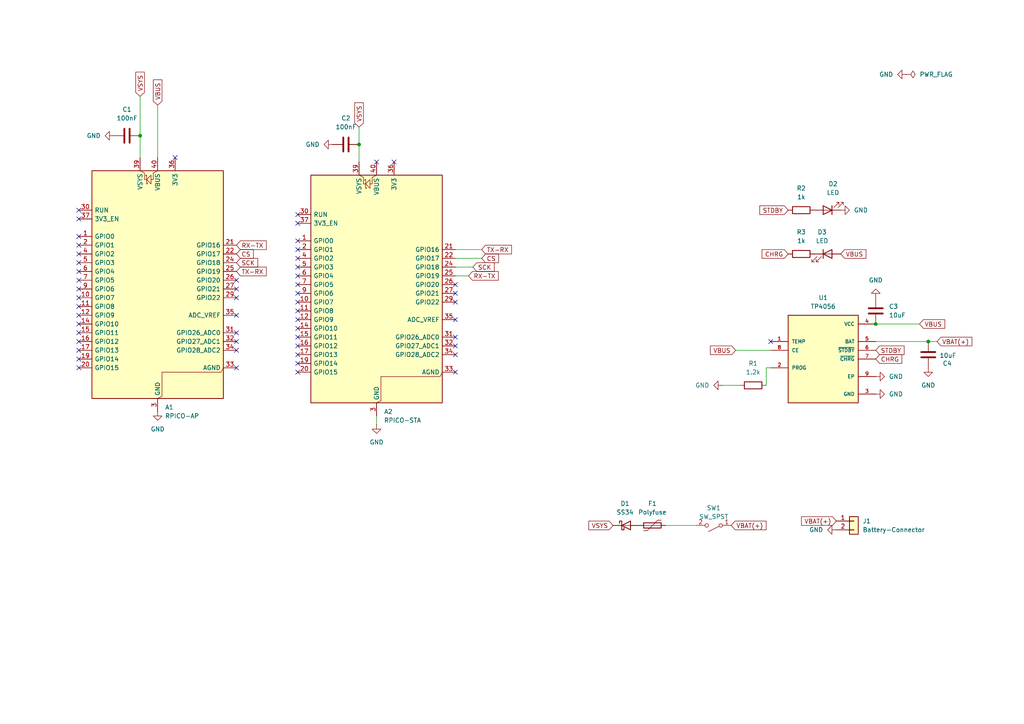
<source format=kicad_sch>
(kicad_sch
	(version 20250114)
	(generator "eeschema")
	(generator_version "9.0")
	(uuid "f525c831-642c-4dc1-b21c-e72cef05bbe4")
	(paper "A4")
	(lib_symbols
		(symbol "Connector_Generic:Conn_01x02"
			(pin_names
				(offset 1.016)
				(hide yes)
			)
			(exclude_from_sim no)
			(in_bom yes)
			(on_board yes)
			(property "Reference" "J"
				(at 0 2.54 0)
				(effects
					(font
						(size 1.27 1.27)
					)
				)
			)
			(property "Value" "Conn_01x02"
				(at 0 -5.08 0)
				(effects
					(font
						(size 1.27 1.27)
					)
				)
			)
			(property "Footprint" ""
				(at 0 0 0)
				(effects
					(font
						(size 1.27 1.27)
					)
					(hide yes)
				)
			)
			(property "Datasheet" "~"
				(at 0 0 0)
				(effects
					(font
						(size 1.27 1.27)
					)
					(hide yes)
				)
			)
			(property "Description" "Generic connector, single row, 01x02, script generated (kicad-library-utils/schlib/autogen/connector/)"
				(at 0 0 0)
				(effects
					(font
						(size 1.27 1.27)
					)
					(hide yes)
				)
			)
			(property "ki_keywords" "connector"
				(at 0 0 0)
				(effects
					(font
						(size 1.27 1.27)
					)
					(hide yes)
				)
			)
			(property "ki_fp_filters" "Connector*:*_1x??_*"
				(at 0 0 0)
				(effects
					(font
						(size 1.27 1.27)
					)
					(hide yes)
				)
			)
			(symbol "Conn_01x02_1_1"
				(rectangle
					(start -1.27 1.27)
					(end 1.27 -3.81)
					(stroke
						(width 0.254)
						(type default)
					)
					(fill
						(type background)
					)
				)
				(rectangle
					(start -1.27 0.127)
					(end 0 -0.127)
					(stroke
						(width 0.1524)
						(type default)
					)
					(fill
						(type none)
					)
				)
				(rectangle
					(start -1.27 -2.413)
					(end 0 -2.667)
					(stroke
						(width 0.1524)
						(type default)
					)
					(fill
						(type none)
					)
				)
				(pin passive line
					(at -5.08 0 0)
					(length 3.81)
					(name "Pin_1"
						(effects
							(font
								(size 1.27 1.27)
							)
						)
					)
					(number "1"
						(effects
							(font
								(size 1.27 1.27)
							)
						)
					)
				)
				(pin passive line
					(at -5.08 -2.54 0)
					(length 3.81)
					(name "Pin_2"
						(effects
							(font
								(size 1.27 1.27)
							)
						)
					)
					(number "2"
						(effects
							(font
								(size 1.27 1.27)
							)
						)
					)
				)
			)
			(embedded_fonts no)
		)
		(symbol "Device:C"
			(pin_numbers
				(hide yes)
			)
			(pin_names
				(offset 0.254)
			)
			(exclude_from_sim no)
			(in_bom yes)
			(on_board yes)
			(property "Reference" "C"
				(at 0.635 2.54 0)
				(effects
					(font
						(size 1.27 1.27)
					)
					(justify left)
				)
			)
			(property "Value" "C"
				(at 0.635 -2.54 0)
				(effects
					(font
						(size 1.27 1.27)
					)
					(justify left)
				)
			)
			(property "Footprint" ""
				(at 0.9652 -3.81 0)
				(effects
					(font
						(size 1.27 1.27)
					)
					(hide yes)
				)
			)
			(property "Datasheet" "~"
				(at 0 0 0)
				(effects
					(font
						(size 1.27 1.27)
					)
					(hide yes)
				)
			)
			(property "Description" "Unpolarized capacitor"
				(at 0 0 0)
				(effects
					(font
						(size 1.27 1.27)
					)
					(hide yes)
				)
			)
			(property "ki_keywords" "cap capacitor"
				(at 0 0 0)
				(effects
					(font
						(size 1.27 1.27)
					)
					(hide yes)
				)
			)
			(property "ki_fp_filters" "C_*"
				(at 0 0 0)
				(effects
					(font
						(size 1.27 1.27)
					)
					(hide yes)
				)
			)
			(symbol "C_0_1"
				(polyline
					(pts
						(xy -2.032 0.762) (xy 2.032 0.762)
					)
					(stroke
						(width 0.508)
						(type default)
					)
					(fill
						(type none)
					)
				)
				(polyline
					(pts
						(xy -2.032 -0.762) (xy 2.032 -0.762)
					)
					(stroke
						(width 0.508)
						(type default)
					)
					(fill
						(type none)
					)
				)
			)
			(symbol "C_1_1"
				(pin passive line
					(at 0 3.81 270)
					(length 2.794)
					(name "~"
						(effects
							(font
								(size 1.27 1.27)
							)
						)
					)
					(number "1"
						(effects
							(font
								(size 1.27 1.27)
							)
						)
					)
				)
				(pin passive line
					(at 0 -3.81 90)
					(length 2.794)
					(name "~"
						(effects
							(font
								(size 1.27 1.27)
							)
						)
					)
					(number "2"
						(effects
							(font
								(size 1.27 1.27)
							)
						)
					)
				)
			)
			(embedded_fonts no)
		)
		(symbol "Device:LED"
			(pin_numbers
				(hide yes)
			)
			(pin_names
				(offset 1.016)
				(hide yes)
			)
			(exclude_from_sim no)
			(in_bom yes)
			(on_board yes)
			(property "Reference" "D"
				(at 0 2.54 0)
				(effects
					(font
						(size 1.27 1.27)
					)
				)
			)
			(property "Value" "LED"
				(at 0 -2.54 0)
				(effects
					(font
						(size 1.27 1.27)
					)
				)
			)
			(property "Footprint" ""
				(at 0 0 0)
				(effects
					(font
						(size 1.27 1.27)
					)
					(hide yes)
				)
			)
			(property "Datasheet" "~"
				(at 0 0 0)
				(effects
					(font
						(size 1.27 1.27)
					)
					(hide yes)
				)
			)
			(property "Description" "Light emitting diode"
				(at 0 0 0)
				(effects
					(font
						(size 1.27 1.27)
					)
					(hide yes)
				)
			)
			(property "Sim.Pins" "1=K 2=A"
				(at 0 0 0)
				(effects
					(font
						(size 1.27 1.27)
					)
					(hide yes)
				)
			)
			(property "ki_keywords" "LED diode"
				(at 0 0 0)
				(effects
					(font
						(size 1.27 1.27)
					)
					(hide yes)
				)
			)
			(property "ki_fp_filters" "LED* LED_SMD:* LED_THT:*"
				(at 0 0 0)
				(effects
					(font
						(size 1.27 1.27)
					)
					(hide yes)
				)
			)
			(symbol "LED_0_1"
				(polyline
					(pts
						(xy -3.048 -0.762) (xy -4.572 -2.286) (xy -3.81 -2.286) (xy -4.572 -2.286) (xy -4.572 -1.524)
					)
					(stroke
						(width 0)
						(type default)
					)
					(fill
						(type none)
					)
				)
				(polyline
					(pts
						(xy -1.778 -0.762) (xy -3.302 -2.286) (xy -2.54 -2.286) (xy -3.302 -2.286) (xy -3.302 -1.524)
					)
					(stroke
						(width 0)
						(type default)
					)
					(fill
						(type none)
					)
				)
				(polyline
					(pts
						(xy -1.27 0) (xy 1.27 0)
					)
					(stroke
						(width 0)
						(type default)
					)
					(fill
						(type none)
					)
				)
				(polyline
					(pts
						(xy -1.27 -1.27) (xy -1.27 1.27)
					)
					(stroke
						(width 0.254)
						(type default)
					)
					(fill
						(type none)
					)
				)
				(polyline
					(pts
						(xy 1.27 -1.27) (xy 1.27 1.27) (xy -1.27 0) (xy 1.27 -1.27)
					)
					(stroke
						(width 0.254)
						(type default)
					)
					(fill
						(type none)
					)
				)
			)
			(symbol "LED_1_1"
				(pin passive line
					(at -3.81 0 0)
					(length 2.54)
					(name "K"
						(effects
							(font
								(size 1.27 1.27)
							)
						)
					)
					(number "1"
						(effects
							(font
								(size 1.27 1.27)
							)
						)
					)
				)
				(pin passive line
					(at 3.81 0 180)
					(length 2.54)
					(name "A"
						(effects
							(font
								(size 1.27 1.27)
							)
						)
					)
					(number "2"
						(effects
							(font
								(size 1.27 1.27)
							)
						)
					)
				)
			)
			(embedded_fonts no)
		)
		(symbol "Device:Polyfuse"
			(pin_numbers
				(hide yes)
			)
			(pin_names
				(offset 0)
			)
			(exclude_from_sim no)
			(in_bom yes)
			(on_board yes)
			(property "Reference" "F"
				(at -2.54 0 90)
				(effects
					(font
						(size 1.27 1.27)
					)
				)
			)
			(property "Value" "Polyfuse"
				(at 2.54 0 90)
				(effects
					(font
						(size 1.27 1.27)
					)
				)
			)
			(property "Footprint" ""
				(at 1.27 -5.08 0)
				(effects
					(font
						(size 1.27 1.27)
					)
					(justify left)
					(hide yes)
				)
			)
			(property "Datasheet" "~"
				(at 0 0 0)
				(effects
					(font
						(size 1.27 1.27)
					)
					(hide yes)
				)
			)
			(property "Description" "Resettable fuse, polymeric positive temperature coefficient"
				(at 0 0 0)
				(effects
					(font
						(size 1.27 1.27)
					)
					(hide yes)
				)
			)
			(property "ki_keywords" "resettable fuse PTC PPTC polyfuse polyswitch"
				(at 0 0 0)
				(effects
					(font
						(size 1.27 1.27)
					)
					(hide yes)
				)
			)
			(property "ki_fp_filters" "*polyfuse* *PTC*"
				(at 0 0 0)
				(effects
					(font
						(size 1.27 1.27)
					)
					(hide yes)
				)
			)
			(symbol "Polyfuse_0_1"
				(polyline
					(pts
						(xy -1.524 2.54) (xy -1.524 1.524) (xy 1.524 -1.524) (xy 1.524 -2.54)
					)
					(stroke
						(width 0)
						(type default)
					)
					(fill
						(type none)
					)
				)
				(rectangle
					(start -0.762 2.54)
					(end 0.762 -2.54)
					(stroke
						(width 0.254)
						(type default)
					)
					(fill
						(type none)
					)
				)
				(polyline
					(pts
						(xy 0 2.54) (xy 0 -2.54)
					)
					(stroke
						(width 0)
						(type default)
					)
					(fill
						(type none)
					)
				)
			)
			(symbol "Polyfuse_1_1"
				(pin passive line
					(at 0 3.81 270)
					(length 1.27)
					(name "~"
						(effects
							(font
								(size 1.27 1.27)
							)
						)
					)
					(number "1"
						(effects
							(font
								(size 1.27 1.27)
							)
						)
					)
				)
				(pin passive line
					(at 0 -3.81 90)
					(length 1.27)
					(name "~"
						(effects
							(font
								(size 1.27 1.27)
							)
						)
					)
					(number "2"
						(effects
							(font
								(size 1.27 1.27)
							)
						)
					)
				)
			)
			(embedded_fonts no)
		)
		(symbol "Device:R"
			(pin_numbers
				(hide yes)
			)
			(pin_names
				(offset 0)
			)
			(exclude_from_sim no)
			(in_bom yes)
			(on_board yes)
			(property "Reference" "R"
				(at 2.032 0 90)
				(effects
					(font
						(size 1.27 1.27)
					)
				)
			)
			(property "Value" "R"
				(at 0 0 90)
				(effects
					(font
						(size 1.27 1.27)
					)
				)
			)
			(property "Footprint" ""
				(at -1.778 0 90)
				(effects
					(font
						(size 1.27 1.27)
					)
					(hide yes)
				)
			)
			(property "Datasheet" "~"
				(at 0 0 0)
				(effects
					(font
						(size 1.27 1.27)
					)
					(hide yes)
				)
			)
			(property "Description" "Resistor"
				(at 0 0 0)
				(effects
					(font
						(size 1.27 1.27)
					)
					(hide yes)
				)
			)
			(property "ki_keywords" "R res resistor"
				(at 0 0 0)
				(effects
					(font
						(size 1.27 1.27)
					)
					(hide yes)
				)
			)
			(property "ki_fp_filters" "R_*"
				(at 0 0 0)
				(effects
					(font
						(size 1.27 1.27)
					)
					(hide yes)
				)
			)
			(symbol "R_0_1"
				(rectangle
					(start -1.016 -2.54)
					(end 1.016 2.54)
					(stroke
						(width 0.254)
						(type default)
					)
					(fill
						(type none)
					)
				)
			)
			(symbol "R_1_1"
				(pin passive line
					(at 0 3.81 270)
					(length 1.27)
					(name "~"
						(effects
							(font
								(size 1.27 1.27)
							)
						)
					)
					(number "1"
						(effects
							(font
								(size 1.27 1.27)
							)
						)
					)
				)
				(pin passive line
					(at 0 -3.81 90)
					(length 1.27)
					(name "~"
						(effects
							(font
								(size 1.27 1.27)
							)
						)
					)
					(number "2"
						(effects
							(font
								(size 1.27 1.27)
							)
						)
					)
				)
			)
			(embedded_fonts no)
		)
		(symbol "Diode:SS34"
			(pin_numbers
				(hide yes)
			)
			(pin_names
				(offset 1.016)
				(hide yes)
			)
			(exclude_from_sim no)
			(in_bom yes)
			(on_board yes)
			(property "Reference" "D"
				(at 0 2.54 0)
				(effects
					(font
						(size 1.27 1.27)
					)
				)
			)
			(property "Value" "SS34"
				(at 0 -2.54 0)
				(effects
					(font
						(size 1.27 1.27)
					)
				)
			)
			(property "Footprint" "Diode_SMD:D_SMA"
				(at 0 -4.445 0)
				(effects
					(font
						(size 1.27 1.27)
					)
					(hide yes)
				)
			)
			(property "Datasheet" "https://www.vishay.com/docs/88751/ss32.pdf"
				(at 0 0 0)
				(effects
					(font
						(size 1.27 1.27)
					)
					(hide yes)
				)
			)
			(property "Description" "40V 3A Schottky Diode, SMA"
				(at 0 0 0)
				(effects
					(font
						(size 1.27 1.27)
					)
					(hide yes)
				)
			)
			(property "ki_keywords" "diode Schottky"
				(at 0 0 0)
				(effects
					(font
						(size 1.27 1.27)
					)
					(hide yes)
				)
			)
			(property "ki_fp_filters" "D*SMA*"
				(at 0 0 0)
				(effects
					(font
						(size 1.27 1.27)
					)
					(hide yes)
				)
			)
			(symbol "SS34_0_1"
				(polyline
					(pts
						(xy -1.905 0.635) (xy -1.905 1.27) (xy -1.27 1.27) (xy -1.27 -1.27) (xy -0.635 -1.27) (xy -0.635 -0.635)
					)
					(stroke
						(width 0.254)
						(type default)
					)
					(fill
						(type none)
					)
				)
				(polyline
					(pts
						(xy 1.27 1.27) (xy 1.27 -1.27) (xy -1.27 0) (xy 1.27 1.27)
					)
					(stroke
						(width 0.254)
						(type default)
					)
					(fill
						(type none)
					)
				)
				(polyline
					(pts
						(xy 1.27 0) (xy -1.27 0)
					)
					(stroke
						(width 0)
						(type default)
					)
					(fill
						(type none)
					)
				)
			)
			(symbol "SS34_1_1"
				(pin passive line
					(at -3.81 0 0)
					(length 2.54)
					(name "K"
						(effects
							(font
								(size 1.27 1.27)
							)
						)
					)
					(number "1"
						(effects
							(font
								(size 1.27 1.27)
							)
						)
					)
				)
				(pin passive line
					(at 3.81 0 180)
					(length 2.54)
					(name "A"
						(effects
							(font
								(size 1.27 1.27)
							)
						)
					)
					(number "2"
						(effects
							(font
								(size 1.27 1.27)
							)
						)
					)
				)
			)
			(embedded_fonts no)
		)
		(symbol "GND_1"
			(power)
			(pin_numbers
				(hide yes)
			)
			(pin_names
				(offset 0)
				(hide yes)
			)
			(exclude_from_sim no)
			(in_bom yes)
			(on_board yes)
			(property "Reference" "#PWR03"
				(at 0 -6.35 0)
				(effects
					(font
						(size 1.27 1.27)
					)
					(hide yes)
				)
			)
			(property "Value" "GND"
				(at 0 -5.08 0)
				(effects
					(font
						(size 1.27 1.27)
					)
				)
			)
			(property "Footprint" ""
				(at 0 0 0)
				(effects
					(font
						(size 1.27 1.27)
					)
					(hide yes)
				)
			)
			(property "Datasheet" ""
				(at 0 0 0)
				(effects
					(font
						(size 1.27 1.27)
					)
					(hide yes)
				)
			)
			(property "Description" "Power symbol creates a global label with name \"GND\" , ground"
				(at 0 0 0)
				(effects
					(font
						(size 1.27 1.27)
					)
					(hide yes)
				)
			)
			(property "ki_keywords" "global power"
				(at 0 0 0)
				(effects
					(font
						(size 1.27 1.27)
					)
					(hide yes)
				)
			)
			(symbol "GND_1_0_1"
				(polyline
					(pts
						(xy 0 0) (xy 0 -1.27) (xy 1.27 -1.27) (xy 0 -2.54) (xy -1.27 -1.27) (xy 0 -1.27)
					)
					(stroke
						(width 0)
						(type default)
					)
					(fill
						(type none)
					)
				)
			)
			(symbol "GND_1_1_1"
				(pin power_in line
					(at 0 0 270)
					(length 0)
					(name "~"
						(effects
							(font
								(size 1.27 1.27)
							)
						)
					)
					(number "1"
						(effects
							(font
								(size 1.27 1.27)
							)
						)
					)
				)
			)
			(embedded_fonts no)
		)
		(symbol "MCU_Module:RaspberryPi_Pico"
			(pin_names
				(offset 0.762)
			)
			(exclude_from_sim no)
			(in_bom yes)
			(on_board yes)
			(property "Reference" "A2"
				(at 2.1433 -34.29 0)
				(effects
					(font
						(size 1.27 1.27)
					)
					(justify left)
				)
			)
			(property "Value" "RPICO-STA"
				(at 2.1433 -36.83 0)
				(effects
					(font
						(size 1.27 1.27)
					)
					(justify left)
				)
			)
			(property "Footprint" "Module:RaspberryPi_Pico_Common_THT"
				(at 0 -46.99 0)
				(effects
					(font
						(size 1.27 1.27)
					)
					(hide yes)
				)
			)
			(property "Datasheet" "https://datasheets.raspberrypi.com/pico/pico-datasheet.pdf"
				(at 0 -49.53 0)
				(effects
					(font
						(size 1.27 1.27)
					)
					(hide yes)
				)
			)
			(property "Description" "Versatile and inexpensive microcontroller module powered by RP2040 dual-core Arm Cortex-M0+ processor up to 133 MHz, 264kB SRAM, 2MB QSPI flash; also supports Raspberry Pi Pico 2"
				(at 0 -52.07 0)
				(effects
					(font
						(size 1.27 1.27)
					)
					(hide yes)
				)
			)
			(property "ki_keywords" "RP2350A M33 RISC-V Hazard3 usb"
				(at 0 0 0)
				(effects
					(font
						(size 1.27 1.27)
					)
					(hide yes)
				)
			)
			(property "ki_fp_filters" "RaspberryPi?Pico?Common* RaspberryPi?Pico?SMD*"
				(at 0 0 0)
				(effects
					(font
						(size 1.27 1.27)
					)
					(hide yes)
				)
			)
			(symbol "RaspberryPi_Pico_0_1"
				(rectangle
					(start -19.05 34.29)
					(end 19.05 -31.75)
					(stroke
						(width 0.254)
						(type default)
					)
					(fill
						(type background)
					)
				)
				(polyline
					(pts
						(xy -5.08 34.29) (xy -3.81 33.655) (xy -3.81 31.75) (xy -3.175 31.75)
					)
					(stroke
						(width 0)
						(type default)
					)
					(fill
						(type none)
					)
				)
				(polyline
					(pts
						(xy -3.429 32.766) (xy -3.429 33.02) (xy -3.175 33.02) (xy -3.175 30.48) (xy -2.921 30.48) (xy -2.921 30.734)
					)
					(stroke
						(width 0)
						(type default)
					)
					(fill
						(type none)
					)
				)
				(polyline
					(pts
						(xy -3.175 31.75) (xy -1.905 33.02) (xy -1.905 30.48) (xy -3.175 31.75)
					)
					(stroke
						(width 0)
						(type default)
					)
					(fill
						(type none)
					)
				)
				(polyline
					(pts
						(xy 0 34.29) (xy -1.27 33.655) (xy -1.27 31.75) (xy -1.905 31.75)
					)
					(stroke
						(width 0)
						(type default)
					)
					(fill
						(type none)
					)
				)
				(polyline
					(pts
						(xy 0 -31.75) (xy 1.27 -31.115) (xy 1.27 -24.13) (xy 18.415 -24.13) (xy 19.05 -22.86)
					)
					(stroke
						(width 0)
						(type default)
					)
					(fill
						(type none)
					)
				)
			)
			(symbol "RaspberryPi_Pico_1_1"
				(pin passive line
					(at -22.86 22.86 0)
					(length 3.81)
					(name "RUN"
						(effects
							(font
								(size 1.27 1.27)
							)
						)
					)
					(number "30"
						(effects
							(font
								(size 1.27 1.27)
							)
						)
					)
					(alternate "~{RESET}" passive line)
				)
				(pin passive line
					(at -22.86 20.32 0)
					(length 3.81)
					(name "3V3_EN"
						(effects
							(font
								(size 1.27 1.27)
							)
						)
					)
					(number "37"
						(effects
							(font
								(size 1.27 1.27)
							)
						)
					)
					(alternate "~{3V3_DISABLE}" passive line)
				)
				(pin bidirectional line
					(at -22.86 15.24 0)
					(length 3.81)
					(name "GPIO0"
						(effects
							(font
								(size 1.27 1.27)
							)
						)
					)
					(number "1"
						(effects
							(font
								(size 1.27 1.27)
							)
						)
					)
					(alternate "I2C0_SDA" bidirectional line)
					(alternate "PWM0_A" output line)
					(alternate "SPI0_RX" input line)
					(alternate "UART0_TX" output line)
					(alternate "USB_OVCUR_DET" input line)
				)
				(pin bidirectional line
					(at -22.86 12.7 0)
					(length 3.81)
					(name "GPIO1"
						(effects
							(font
								(size 1.27 1.27)
							)
						)
					)
					(number "2"
						(effects
							(font
								(size 1.27 1.27)
							)
						)
					)
					(alternate "I2C0_SCL" bidirectional clock)
					(alternate "PWM0_B" bidirectional line)
					(alternate "UART0_RX" input line)
					(alternate "USB_VBUS_DET" passive line)
					(alternate "~{SPI0_CSn}" bidirectional line)
				)
				(pin bidirectional line
					(at -22.86 10.16 0)
					(length 3.81)
					(name "GPIO2"
						(effects
							(font
								(size 1.27 1.27)
							)
						)
					)
					(number "4"
						(effects
							(font
								(size 1.27 1.27)
							)
						)
					)
					(alternate "I2C1_SDA" bidirectional line)
					(alternate "PWM1_A" output line)
					(alternate "SPI0_SCK" bidirectional clock)
					(alternate "UART0_CTS" input line)
					(alternate "USB_VBUS_EN" output line)
				)
				(pin bidirectional line
					(at -22.86 7.62 0)
					(length 3.81)
					(name "GPIO3"
						(effects
							(font
								(size 1.27 1.27)
							)
						)
					)
					(number "5"
						(effects
							(font
								(size 1.27 1.27)
							)
						)
					)
					(alternate "I2C1_SCL" bidirectional clock)
					(alternate "PWM1_B" bidirectional line)
					(alternate "SPI0_TX" output line)
					(alternate "UART0_RTS" output line)
					(alternate "USB_OVCUR_DET" input line)
				)
				(pin bidirectional line
					(at -22.86 5.08 0)
					(length 3.81)
					(name "GPIO4"
						(effects
							(font
								(size 1.27 1.27)
							)
						)
					)
					(number "6"
						(effects
							(font
								(size 1.27 1.27)
							)
						)
					)
					(alternate "I2C0_SDA" bidirectional line)
					(alternate "PWM2_A" output line)
					(alternate "SPI0_RX" input line)
					(alternate "UART1_TX" output line)
					(alternate "USB_VBUS_DET" input line)
				)
				(pin bidirectional line
					(at -22.86 2.54 0)
					(length 3.81)
					(name "GPIO5"
						(effects
							(font
								(size 1.27 1.27)
							)
						)
					)
					(number "7"
						(effects
							(font
								(size 1.27 1.27)
							)
						)
					)
					(alternate "I2C0_SCL" bidirectional clock)
					(alternate "PWM2_B" bidirectional line)
					(alternate "UART1_RX" input line)
					(alternate "USB_VBUS_EN" output line)
					(alternate "~{SPI0_CSn}" bidirectional line)
				)
				(pin bidirectional line
					(at -22.86 0 0)
					(length 3.81)
					(name "GPIO6"
						(effects
							(font
								(size 1.27 1.27)
							)
						)
					)
					(number "9"
						(effects
							(font
								(size 1.27 1.27)
							)
						)
					)
					(alternate "I2C1_SDA" bidirectional line)
					(alternate "PWM3_A" output line)
					(alternate "SPI0_SCK" bidirectional clock)
					(alternate "UART1_CTS" input line)
					(alternate "USB_OVCUR_DET" input line)
				)
				(pin bidirectional line
					(at -22.86 -2.54 0)
					(length 3.81)
					(name "GPIO7"
						(effects
							(font
								(size 1.27 1.27)
							)
						)
					)
					(number "10"
						(effects
							(font
								(size 1.27 1.27)
							)
						)
					)
					(alternate "I2C1_SCL" bidirectional clock)
					(alternate "PWM3_B" bidirectional line)
					(alternate "SPI0_TX" output line)
					(alternate "UART1_RTS" output line)
					(alternate "USB_VBUS_DET" input line)
				)
				(pin bidirectional line
					(at -22.86 -5.08 0)
					(length 3.81)
					(name "GPIO8"
						(effects
							(font
								(size 1.27 1.27)
							)
						)
					)
					(number "11"
						(effects
							(font
								(size 1.27 1.27)
							)
						)
					)
					(alternate "I2C0_SDA" bidirectional line)
					(alternate "PWM4_A" output line)
					(alternate "SPI1_RX" input line)
					(alternate "UART1_TX" output line)
					(alternate "USB_VBUS_EN" output line)
				)
				(pin bidirectional line
					(at -22.86 -7.62 0)
					(length 3.81)
					(name "GPIO9"
						(effects
							(font
								(size 1.27 1.27)
							)
						)
					)
					(number "12"
						(effects
							(font
								(size 1.27 1.27)
							)
						)
					)
					(alternate "I2C0_SCL" bidirectional clock)
					(alternate "PWM4_B" bidirectional line)
					(alternate "UART1_RX" input line)
					(alternate "USB_OVCUR_DET" input line)
					(alternate "~{SPI1_CSn}" bidirectional line)
				)
				(pin bidirectional line
					(at -22.86 -10.16 0)
					(length 3.81)
					(name "GPIO10"
						(effects
							(font
								(size 1.27 1.27)
							)
						)
					)
					(number "14"
						(effects
							(font
								(size 1.27 1.27)
							)
						)
					)
					(alternate "I2C1_SDA" bidirectional line)
					(alternate "PWM5_A" output line)
					(alternate "SPI1_SCK" bidirectional clock)
					(alternate "UART1_CTS" input line)
					(alternate "USB_VBUS_DET" input line)
				)
				(pin bidirectional line
					(at -22.86 -12.7 0)
					(length 3.81)
					(name "GPIO11"
						(effects
							(font
								(size 1.27 1.27)
							)
						)
					)
					(number "15"
						(effects
							(font
								(size 1.27 1.27)
							)
						)
					)
					(alternate "I2C1_SCL" bidirectional clock)
					(alternate "PWM5_B" bidirectional line)
					(alternate "SPI1_TX" output line)
					(alternate "UART1_RTS" output line)
					(alternate "USB_VBUS_EN" output line)
				)
				(pin bidirectional line
					(at -22.86 -15.24 0)
					(length 3.81)
					(name "GPIO12"
						(effects
							(font
								(size 1.27 1.27)
							)
						)
					)
					(number "16"
						(effects
							(font
								(size 1.27 1.27)
							)
						)
					)
					(alternate "I2C0_SDA" bidirectional line)
					(alternate "PWM6_A" output line)
					(alternate "SPI1_RX" input line)
					(alternate "UART0_TX" output line)
					(alternate "USB_OVCUR_DET" input line)
				)
				(pin bidirectional line
					(at -22.86 -17.78 0)
					(length 3.81)
					(name "GPIO13"
						(effects
							(font
								(size 1.27 1.27)
							)
						)
					)
					(number "17"
						(effects
							(font
								(size 1.27 1.27)
							)
						)
					)
					(alternate "I2C0_SCL" bidirectional clock)
					(alternate "PWM6_B" bidirectional line)
					(alternate "UART0_RX" input line)
					(alternate "USB_VBUS_DET" input line)
					(alternate "~{SPI1_CSn}" bidirectional line)
				)
				(pin bidirectional line
					(at -22.86 -20.32 0)
					(length 3.81)
					(name "GPIO14"
						(effects
							(font
								(size 1.27 1.27)
							)
						)
					)
					(number "19"
						(effects
							(font
								(size 1.27 1.27)
							)
						)
					)
					(alternate "I2C1_SDA" bidirectional line)
					(alternate "PWM7_A" output line)
					(alternate "SPI1_SCK" bidirectional clock)
					(alternate "UART0_CTS" input line)
					(alternate "USB_VBUS_EN" output line)
				)
				(pin bidirectional line
					(at -22.86 -22.86 0)
					(length 3.81)
					(name "GPIO15"
						(effects
							(font
								(size 1.27 1.27)
							)
						)
					)
					(number "20"
						(effects
							(font
								(size 1.27 1.27)
							)
						)
					)
					(alternate "I2C1_SCL" bidirectional clock)
					(alternate "PWM7_B" bidirectional line)
					(alternate "SPI1_TX" output line)
					(alternate "UART0_RTS" output line)
					(alternate "USB_OVCUR_DET" input line)
				)
				(pin passive line
					(at -5.08 38.1 270)
					(length 3.81)
					(name "VSYS"
						(effects
							(font
								(size 1.27 1.27)
							)
						)
					)
					(number "39"
						(effects
							(font
								(size 1.27 1.27)
							)
						)
					)
					(alternate "VSYS_OUT" power_out line)
				)
				(pin power_out line
					(at 0 38.1 270)
					(length 3.81)
					(name "VBUS"
						(effects
							(font
								(size 1.27 1.27)
							)
						)
					)
					(number "40"
						(effects
							(font
								(size 1.27 1.27)
							)
						)
					)
					(alternate "VBUS_IN" power_in line)
				)
				(pin passive line
					(at 0 -35.56 90)
					(length 3.81)
					(hide yes)
					(name "GND"
						(effects
							(font
								(size 1.27 1.27)
							)
						)
					)
					(number "13"
						(effects
							(font
								(size 1.27 1.27)
							)
						)
					)
				)
				(pin passive line
					(at 0 -35.56 90)
					(length 3.81)
					(hide yes)
					(name "GND"
						(effects
							(font
								(size 1.27 1.27)
							)
						)
					)
					(number "18"
						(effects
							(font
								(size 1.27 1.27)
							)
						)
					)
				)
				(pin passive line
					(at 0 -35.56 90)
					(length 3.81)
					(hide yes)
					(name "GND"
						(effects
							(font
								(size 1.27 1.27)
							)
						)
					)
					(number "23"
						(effects
							(font
								(size 1.27 1.27)
							)
						)
					)
				)
				(pin passive line
					(at 0 -35.56 90)
					(length 3.81)
					(hide yes)
					(name "GND"
						(effects
							(font
								(size 1.27 1.27)
							)
						)
					)
					(number "28"
						(effects
							(font
								(size 1.27 1.27)
							)
						)
					)
				)
				(pin passive line
					(at 0 -35.56 90)
					(length 3.81)
					(name "GND"
						(effects
							(font
								(size 1.27 1.27)
							)
						)
					)
					(number "3"
						(effects
							(font
								(size 1.27 1.27)
							)
						)
					)
					(alternate "GND_IN" power_in line)
				)
				(pin passive line
					(at 0 -35.56 90)
					(length 3.81)
					(hide yes)
					(name "GND"
						(effects
							(font
								(size 1.27 1.27)
							)
						)
					)
					(number "38"
						(effects
							(font
								(size 1.27 1.27)
							)
						)
					)
				)
				(pin passive line
					(at 0 -35.56 90)
					(length 3.81)
					(hide yes)
					(name "GND"
						(effects
							(font
								(size 1.27 1.27)
							)
						)
					)
					(number "8"
						(effects
							(font
								(size 1.27 1.27)
							)
						)
					)
				)
				(pin power_out line
					(at 5.08 38.1 270)
					(length 3.81)
					(name "3V3"
						(effects
							(font
								(size 1.27 1.27)
							)
						)
					)
					(number "36"
						(effects
							(font
								(size 1.27 1.27)
							)
						)
					)
				)
				(pin bidirectional line
					(at 22.86 12.7 180)
					(length 3.81)
					(name "GPIO16"
						(effects
							(font
								(size 1.27 1.27)
							)
						)
					)
					(number "21"
						(effects
							(font
								(size 1.27 1.27)
							)
						)
					)
					(alternate "I2C0_SDA" bidirectional line)
					(alternate "PWM0_A" output line)
					(alternate "SPI0_RX" input line)
					(alternate "UART0_TX" output line)
					(alternate "USB_VBUS_DET" input line)
				)
				(pin bidirectional line
					(at 22.86 10.16 180)
					(length 3.81)
					(name "GPIO17"
						(effects
							(font
								(size 1.27 1.27)
							)
						)
					)
					(number "22"
						(effects
							(font
								(size 1.27 1.27)
							)
						)
					)
					(alternate "I2C0_SCL" bidirectional clock)
					(alternate "PWM0_B" bidirectional line)
					(alternate "UART0_RX" input line)
					(alternate "USB_VBUS_EN" output line)
					(alternate "~{SPI0_CSn}" bidirectional line)
				)
				(pin bidirectional line
					(at 22.86 7.62 180)
					(length 3.81)
					(name "GPIO18"
						(effects
							(font
								(size 1.27 1.27)
							)
						)
					)
					(number "24"
						(effects
							(font
								(size 1.27 1.27)
							)
						)
					)
					(alternate "I2C1_SDA" bidirectional line)
					(alternate "PWM1_A" output line)
					(alternate "SPI0_SCK" bidirectional clock)
					(alternate "UART0_CTS" input line)
					(alternate "USB_OVCUR_DET" input line)
				)
				(pin bidirectional line
					(at 22.86 5.08 180)
					(length 3.81)
					(name "GPIO19"
						(effects
							(font
								(size 1.27 1.27)
							)
						)
					)
					(number "25"
						(effects
							(font
								(size 1.27 1.27)
							)
						)
					)
					(alternate "I2C1_SCL" bidirectional clock)
					(alternate "PWM1_B" bidirectional line)
					(alternate "SPI0_TX" output line)
					(alternate "UART0_RTS" output line)
					(alternate "USB_VBUS_DET" input line)
				)
				(pin bidirectional line
					(at 22.86 2.54 180)
					(length 3.81)
					(name "GPIO20"
						(effects
							(font
								(size 1.27 1.27)
							)
						)
					)
					(number "26"
						(effects
							(font
								(size 1.27 1.27)
							)
						)
					)
					(alternate "CLOCK_GPIN0" input clock)
					(alternate "I2C0_SDA" bidirectional line)
					(alternate "PWM2_A" output line)
					(alternate "SPI0_RX" input line)
					(alternate "UART1_TX" output line)
					(alternate "USB_VBUS_EN" output line)
				)
				(pin bidirectional line
					(at 22.86 0 180)
					(length 3.81)
					(name "GPIO21"
						(effects
							(font
								(size 1.27 1.27)
							)
						)
					)
					(number "27"
						(effects
							(font
								(size 1.27 1.27)
							)
						)
					)
					(alternate "CLOCK_GPOUT0" output clock)
					(alternate "I2C0_SCL" bidirectional clock)
					(alternate "PWM2_B" bidirectional line)
					(alternate "UART1_RX" input line)
					(alternate "USB_OVCUR_DET" input line)
					(alternate "~{SPI0_CSn}" bidirectional line)
				)
				(pin bidirectional line
					(at 22.86 -2.54 180)
					(length 3.81)
					(name "GPIO22"
						(effects
							(font
								(size 1.27 1.27)
							)
						)
					)
					(number "29"
						(effects
							(font
								(size 1.27 1.27)
							)
						)
					)
					(alternate "CLOCK_GPIN1" input clock)
					(alternate "I2C1_SDA" bidirectional line)
					(alternate "PWM3_A" output line)
					(alternate "SPI0_SCK" bidirectional clock)
					(alternate "UART1_CTS" input line)
					(alternate "USB_VBUS_DET" input line)
				)
				(pin power_in line
					(at 22.86 -7.62 180)
					(length 3.81)
					(name "ADC_VREF"
						(effects
							(font
								(size 1.27 1.27)
							)
						)
					)
					(number "35"
						(effects
							(font
								(size 1.27 1.27)
							)
						)
					)
				)
				(pin bidirectional line
					(at 22.86 -12.7 180)
					(length 3.81)
					(name "GPIO26_ADC0"
						(effects
							(font
								(size 1.27 1.27)
							)
						)
					)
					(number "31"
						(effects
							(font
								(size 1.27 1.27)
							)
						)
					)
					(alternate "ADC0" input line)
					(alternate "GPIO26" bidirectional line)
					(alternate "I2C1_SDA" bidirectional line)
					(alternate "PWM5_A" output line)
					(alternate "SPI1_SCK" bidirectional clock)
					(alternate "UART1_CTS" input line)
					(alternate "USB_VBUS_EN" output line)
				)
				(pin bidirectional line
					(at 22.86 -15.24 180)
					(length 3.81)
					(name "GPIO27_ADC1"
						(effects
							(font
								(size 1.27 1.27)
							)
						)
					)
					(number "32"
						(effects
							(font
								(size 1.27 1.27)
							)
						)
					)
					(alternate "ADC1" input line)
					(alternate "GPIO27" bidirectional line)
					(alternate "I2C1_SCL" bidirectional clock)
					(alternate "PWM5_B" bidirectional line)
					(alternate "SPI1_TX" output line)
					(alternate "UART1_RTS" output line)
					(alternate "USB_OVCUR_DET" input line)
				)
				(pin bidirectional line
					(at 22.86 -17.78 180)
					(length 3.81)
					(name "GPIO28_ADC2"
						(effects
							(font
								(size 1.27 1.27)
							)
						)
					)
					(number "34"
						(effects
							(font
								(size 1.27 1.27)
							)
						)
					)
					(alternate "ADC2" input line)
					(alternate "GPIO28" bidirectional line)
					(alternate "I2C0_SDA" bidirectional line)
					(alternate "PWM6_A" output line)
					(alternate "SPI1_RX" input line)
					(alternate "UART0_TX" output line)
					(alternate "USB_VBUS_DET" input line)
				)
				(pin power_out line
					(at 22.86 -22.86 180)
					(length 3.81)
					(name "AGND"
						(effects
							(font
								(size 1.27 1.27)
							)
						)
					)
					(number "33"
						(effects
							(font
								(size 1.27 1.27)
							)
						)
					)
					(alternate "GND" passive line)
				)
			)
			(embedded_fonts no)
		)
		(symbol "RaspberryPi_Pico_1"
			(pin_names
				(offset 0.762)
			)
			(exclude_from_sim no)
			(in_bom yes)
			(on_board yes)
			(property "Reference" "A1"
				(at 2.1433 -34.29 0)
				(effects
					(font
						(size 1.27 1.27)
					)
					(justify left)
				)
			)
			(property "Value" "RPICO-AP"
				(at 2.1433 -36.83 0)
				(effects
					(font
						(size 1.27 1.27)
					)
					(justify left)
				)
			)
			(property "Footprint" "Module:RaspberryPi_Pico_Common_THT"
				(at 0 -46.99 0)
				(effects
					(font
						(size 1.27 1.27)
					)
					(hide yes)
				)
			)
			(property "Datasheet" "https://datasheets.raspberrypi.com/pico/pico-datasheet.pdf"
				(at 0 -49.53 0)
				(effects
					(font
						(size 1.27 1.27)
					)
					(hide yes)
				)
			)
			(property "Description" "Versatile and inexpensive microcontroller module powered by RP2040 dual-core Arm Cortex-M0+ processor up to 133 MHz, 264kB SRAM, 2MB QSPI flash; also supports Raspberry Pi Pico 2"
				(at 0 -52.07 0)
				(effects
					(font
						(size 1.27 1.27)
					)
					(hide yes)
				)
			)
			(property "ki_keywords" "RP2350A M33 RISC-V Hazard3 usb"
				(at 0 0 0)
				(effects
					(font
						(size 1.27 1.27)
					)
					(hide yes)
				)
			)
			(property "ki_fp_filters" "RaspberryPi?Pico?Common* RaspberryPi?Pico?SMD*"
				(at 0 0 0)
				(effects
					(font
						(size 1.27 1.27)
					)
					(hide yes)
				)
			)
			(symbol "RaspberryPi_Pico_1_0_1"
				(rectangle
					(start -19.05 34.29)
					(end 19.05 -31.75)
					(stroke
						(width 0.254)
						(type default)
					)
					(fill
						(type background)
					)
				)
				(polyline
					(pts
						(xy -5.08 34.29) (xy -3.81 33.655) (xy -3.81 31.75) (xy -3.175 31.75)
					)
					(stroke
						(width 0)
						(type default)
					)
					(fill
						(type none)
					)
				)
				(polyline
					(pts
						(xy -3.429 32.766) (xy -3.429 33.02) (xy -3.175 33.02) (xy -3.175 30.48) (xy -2.921 30.48) (xy -2.921 30.734)
					)
					(stroke
						(width 0)
						(type default)
					)
					(fill
						(type none)
					)
				)
				(polyline
					(pts
						(xy -3.175 31.75) (xy -1.905 33.02) (xy -1.905 30.48) (xy -3.175 31.75)
					)
					(stroke
						(width 0)
						(type default)
					)
					(fill
						(type none)
					)
				)
				(polyline
					(pts
						(xy 0 34.29) (xy -1.27 33.655) (xy -1.27 31.75) (xy -1.905 31.75)
					)
					(stroke
						(width 0)
						(type default)
					)
					(fill
						(type none)
					)
				)
				(polyline
					(pts
						(xy 0 -31.75) (xy 1.27 -31.115) (xy 1.27 -24.13) (xy 18.415 -24.13) (xy 19.05 -22.86)
					)
					(stroke
						(width 0)
						(type default)
					)
					(fill
						(type none)
					)
				)
			)
			(symbol "RaspberryPi_Pico_1_1_1"
				(pin passive line
					(at -22.86 22.86 0)
					(length 3.81)
					(name "RUN"
						(effects
							(font
								(size 1.27 1.27)
							)
						)
					)
					(number "30"
						(effects
							(font
								(size 1.27 1.27)
							)
						)
					)
					(alternate "~{RESET}" passive line)
				)
				(pin passive line
					(at -22.86 20.32 0)
					(length 3.81)
					(name "3V3_EN"
						(effects
							(font
								(size 1.27 1.27)
							)
						)
					)
					(number "37"
						(effects
							(font
								(size 1.27 1.27)
							)
						)
					)
					(alternate "~{3V3_DISABLE}" passive line)
				)
				(pin bidirectional line
					(at -22.86 15.24 0)
					(length 3.81)
					(name "GPIO0"
						(effects
							(font
								(size 1.27 1.27)
							)
						)
					)
					(number "1"
						(effects
							(font
								(size 1.27 1.27)
							)
						)
					)
					(alternate "I2C0_SDA" bidirectional line)
					(alternate "PWM0_A" output line)
					(alternate "SPI0_RX" input line)
					(alternate "UART0_TX" output line)
					(alternate "USB_OVCUR_DET" input line)
				)
				(pin bidirectional line
					(at -22.86 12.7 0)
					(length 3.81)
					(name "GPIO1"
						(effects
							(font
								(size 1.27 1.27)
							)
						)
					)
					(number "2"
						(effects
							(font
								(size 1.27 1.27)
							)
						)
					)
					(alternate "I2C0_SCL" bidirectional clock)
					(alternate "PWM0_B" bidirectional line)
					(alternate "UART0_RX" input line)
					(alternate "USB_VBUS_DET" passive line)
					(alternate "~{SPI0_CSn}" bidirectional line)
				)
				(pin bidirectional line
					(at -22.86 10.16 0)
					(length 3.81)
					(name "GPIO2"
						(effects
							(font
								(size 1.27 1.27)
							)
						)
					)
					(number "4"
						(effects
							(font
								(size 1.27 1.27)
							)
						)
					)
					(alternate "I2C1_SDA" bidirectional line)
					(alternate "PWM1_A" output line)
					(alternate "SPI0_SCK" bidirectional clock)
					(alternate "UART0_CTS" input line)
					(alternate "USB_VBUS_EN" output line)
				)
				(pin bidirectional line
					(at -22.86 7.62 0)
					(length 3.81)
					(name "GPIO3"
						(effects
							(font
								(size 1.27 1.27)
							)
						)
					)
					(number "5"
						(effects
							(font
								(size 1.27 1.27)
							)
						)
					)
					(alternate "I2C1_SCL" bidirectional clock)
					(alternate "PWM1_B" bidirectional line)
					(alternate "SPI0_TX" output line)
					(alternate "UART0_RTS" output line)
					(alternate "USB_OVCUR_DET" input line)
				)
				(pin bidirectional line
					(at -22.86 5.08 0)
					(length 3.81)
					(name "GPIO4"
						(effects
							(font
								(size 1.27 1.27)
							)
						)
					)
					(number "6"
						(effects
							(font
								(size 1.27 1.27)
							)
						)
					)
					(alternate "I2C0_SDA" bidirectional line)
					(alternate "PWM2_A" output line)
					(alternate "SPI0_RX" input line)
					(alternate "UART1_TX" output line)
					(alternate "USB_VBUS_DET" input line)
				)
				(pin bidirectional line
					(at -22.86 2.54 0)
					(length 3.81)
					(name "GPIO5"
						(effects
							(font
								(size 1.27 1.27)
							)
						)
					)
					(number "7"
						(effects
							(font
								(size 1.27 1.27)
							)
						)
					)
					(alternate "I2C0_SCL" bidirectional clock)
					(alternate "PWM2_B" bidirectional line)
					(alternate "UART1_RX" input line)
					(alternate "USB_VBUS_EN" output line)
					(alternate "~{SPI0_CSn}" bidirectional line)
				)
				(pin bidirectional line
					(at -22.86 0 0)
					(length 3.81)
					(name "GPIO6"
						(effects
							(font
								(size 1.27 1.27)
							)
						)
					)
					(number "9"
						(effects
							(font
								(size 1.27 1.27)
							)
						)
					)
					(alternate "I2C1_SDA" bidirectional line)
					(alternate "PWM3_A" output line)
					(alternate "SPI0_SCK" bidirectional clock)
					(alternate "UART1_CTS" input line)
					(alternate "USB_OVCUR_DET" input line)
				)
				(pin bidirectional line
					(at -22.86 -2.54 0)
					(length 3.81)
					(name "GPIO7"
						(effects
							(font
								(size 1.27 1.27)
							)
						)
					)
					(number "10"
						(effects
							(font
								(size 1.27 1.27)
							)
						)
					)
					(alternate "I2C1_SCL" bidirectional clock)
					(alternate "PWM3_B" bidirectional line)
					(alternate "SPI0_TX" output line)
					(alternate "UART1_RTS" output line)
					(alternate "USB_VBUS_DET" input line)
				)
				(pin bidirectional line
					(at -22.86 -5.08 0)
					(length 3.81)
					(name "GPIO8"
						(effects
							(font
								(size 1.27 1.27)
							)
						)
					)
					(number "11"
						(effects
							(font
								(size 1.27 1.27)
							)
						)
					)
					(alternate "I2C0_SDA" bidirectional line)
					(alternate "PWM4_A" output line)
					(alternate "SPI1_RX" input line)
					(alternate "UART1_TX" output line)
					(alternate "USB_VBUS_EN" output line)
				)
				(pin bidirectional line
					(at -22.86 -7.62 0)
					(length 3.81)
					(name "GPIO9"
						(effects
							(font
								(size 1.27 1.27)
							)
						)
					)
					(number "12"
						(effects
							(font
								(size 1.27 1.27)
							)
						)
					)
					(alternate "I2C0_SCL" bidirectional clock)
					(alternate "PWM4_B" bidirectional line)
					(alternate "UART1_RX" input line)
					(alternate "USB_OVCUR_DET" input line)
					(alternate "~{SPI1_CSn}" bidirectional line)
				)
				(pin bidirectional line
					(at -22.86 -10.16 0)
					(length 3.81)
					(name "GPIO10"
						(effects
							(font
								(size 1.27 1.27)
							)
						)
					)
					(number "14"
						(effects
							(font
								(size 1.27 1.27)
							)
						)
					)
					(alternate "I2C1_SDA" bidirectional line)
					(alternate "PWM5_A" output line)
					(alternate "SPI1_SCK" bidirectional clock)
					(alternate "UART1_CTS" input line)
					(alternate "USB_VBUS_DET" input line)
				)
				(pin bidirectional line
					(at -22.86 -12.7 0)
					(length 3.81)
					(name "GPIO11"
						(effects
							(font
								(size 1.27 1.27)
							)
						)
					)
					(number "15"
						(effects
							(font
								(size 1.27 1.27)
							)
						)
					)
					(alternate "I2C1_SCL" bidirectional clock)
					(alternate "PWM5_B" bidirectional line)
					(alternate "SPI1_TX" output line)
					(alternate "UART1_RTS" output line)
					(alternate "USB_VBUS_EN" output line)
				)
				(pin bidirectional line
					(at -22.86 -15.24 0)
					(length 3.81)
					(name "GPIO12"
						(effects
							(font
								(size 1.27 1.27)
							)
						)
					)
					(number "16"
						(effects
							(font
								(size 1.27 1.27)
							)
						)
					)
					(alternate "I2C0_SDA" bidirectional line)
					(alternate "PWM6_A" output line)
					(alternate "SPI1_RX" input line)
					(alternate "UART0_TX" output line)
					(alternate "USB_OVCUR_DET" input line)
				)
				(pin bidirectional line
					(at -22.86 -17.78 0)
					(length 3.81)
					(name "GPIO13"
						(effects
							(font
								(size 1.27 1.27)
							)
						)
					)
					(number "17"
						(effects
							(font
								(size 1.27 1.27)
							)
						)
					)
					(alternate "I2C0_SCL" bidirectional clock)
					(alternate "PWM6_B" bidirectional line)
					(alternate "UART0_RX" input line)
					(alternate "USB_VBUS_DET" input line)
					(alternate "~{SPI1_CSn}" bidirectional line)
				)
				(pin bidirectional line
					(at -22.86 -20.32 0)
					(length 3.81)
					(name "GPIO14"
						(effects
							(font
								(size 1.27 1.27)
							)
						)
					)
					(number "19"
						(effects
							(font
								(size 1.27 1.27)
							)
						)
					)
					(alternate "I2C1_SDA" bidirectional line)
					(alternate "PWM7_A" output line)
					(alternate "SPI1_SCK" bidirectional clock)
					(alternate "UART0_CTS" input line)
					(alternate "USB_VBUS_EN" output line)
				)
				(pin bidirectional line
					(at -22.86 -22.86 0)
					(length 3.81)
					(name "GPIO15"
						(effects
							(font
								(size 1.27 1.27)
							)
						)
					)
					(number "20"
						(effects
							(font
								(size 1.27 1.27)
							)
						)
					)
					(alternate "I2C1_SCL" bidirectional clock)
					(alternate "PWM7_B" bidirectional line)
					(alternate "SPI1_TX" output line)
					(alternate "UART0_RTS" output line)
					(alternate "USB_OVCUR_DET" input line)
				)
				(pin passive line
					(at -5.08 38.1 270)
					(length 3.81)
					(name "VSYS"
						(effects
							(font
								(size 1.27 1.27)
							)
						)
					)
					(number "39"
						(effects
							(font
								(size 1.27 1.27)
							)
						)
					)
					(alternate "VSYS_OUT" power_out line)
				)
				(pin power_out line
					(at 0 38.1 270)
					(length 3.81)
					(name "VBUS"
						(effects
							(font
								(size 1.27 1.27)
							)
						)
					)
					(number "40"
						(effects
							(font
								(size 1.27 1.27)
							)
						)
					)
					(alternate "VBUS_IN" power_in line)
				)
				(pin passive line
					(at 0 -35.56 90)
					(length 3.81)
					(hide yes)
					(name "GND"
						(effects
							(font
								(size 1.27 1.27)
							)
						)
					)
					(number "13"
						(effects
							(font
								(size 1.27 1.27)
							)
						)
					)
				)
				(pin passive line
					(at 0 -35.56 90)
					(length 3.81)
					(hide yes)
					(name "GND"
						(effects
							(font
								(size 1.27 1.27)
							)
						)
					)
					(number "18"
						(effects
							(font
								(size 1.27 1.27)
							)
						)
					)
				)
				(pin passive line
					(at 0 -35.56 90)
					(length 3.81)
					(hide yes)
					(name "GND"
						(effects
							(font
								(size 1.27 1.27)
							)
						)
					)
					(number "23"
						(effects
							(font
								(size 1.27 1.27)
							)
						)
					)
				)
				(pin passive line
					(at 0 -35.56 90)
					(length 3.81)
					(hide yes)
					(name "GND"
						(effects
							(font
								(size 1.27 1.27)
							)
						)
					)
					(number "28"
						(effects
							(font
								(size 1.27 1.27)
							)
						)
					)
				)
				(pin passive line
					(at 0 -35.56 90)
					(length 3.81)
					(name "GND"
						(effects
							(font
								(size 1.27 1.27)
							)
						)
					)
					(number "3"
						(effects
							(font
								(size 1.27 1.27)
							)
						)
					)
					(alternate "GND_IN" power_in line)
				)
				(pin passive line
					(at 0 -35.56 90)
					(length 3.81)
					(hide yes)
					(name "GND"
						(effects
							(font
								(size 1.27 1.27)
							)
						)
					)
					(number "38"
						(effects
							(font
								(size 1.27 1.27)
							)
						)
					)
				)
				(pin passive line
					(at 0 -35.56 90)
					(length 3.81)
					(hide yes)
					(name "GND"
						(effects
							(font
								(size 1.27 1.27)
							)
						)
					)
					(number "8"
						(effects
							(font
								(size 1.27 1.27)
							)
						)
					)
				)
				(pin power_out line
					(at 5.08 38.1 270)
					(length 3.81)
					(name "3V3"
						(effects
							(font
								(size 1.27 1.27)
							)
						)
					)
					(number "36"
						(effects
							(font
								(size 1.27 1.27)
							)
						)
					)
				)
				(pin bidirectional line
					(at 22.86 12.7 180)
					(length 3.81)
					(name "GPIO16"
						(effects
							(font
								(size 1.27 1.27)
							)
						)
					)
					(number "21"
						(effects
							(font
								(size 1.27 1.27)
							)
						)
					)
					(alternate "I2C0_SDA" bidirectional line)
					(alternate "PWM0_A" output line)
					(alternate "SPI0_RX" input line)
					(alternate "UART0_TX" output line)
					(alternate "USB_VBUS_DET" input line)
				)
				(pin bidirectional line
					(at 22.86 10.16 180)
					(length 3.81)
					(name "GPIO17"
						(effects
							(font
								(size 1.27 1.27)
							)
						)
					)
					(number "22"
						(effects
							(font
								(size 1.27 1.27)
							)
						)
					)
					(alternate "I2C0_SCL" bidirectional clock)
					(alternate "PWM0_B" bidirectional line)
					(alternate "UART0_RX" input line)
					(alternate "USB_VBUS_EN" output line)
					(alternate "~{SPI0_CSn}" bidirectional line)
				)
				(pin bidirectional line
					(at 22.86 7.62 180)
					(length 3.81)
					(name "GPIO18"
						(effects
							(font
								(size 1.27 1.27)
							)
						)
					)
					(number "24"
						(effects
							(font
								(size 1.27 1.27)
							)
						)
					)
					(alternate "I2C1_SDA" bidirectional line)
					(alternate "PWM1_A" output line)
					(alternate "SPI0_SCK" bidirectional clock)
					(alternate "UART0_CTS" input line)
					(alternate "USB_OVCUR_DET" input line)
				)
				(pin bidirectional line
					(at 22.86 5.08 180)
					(length 3.81)
					(name "GPIO19"
						(effects
							(font
								(size 1.27 1.27)
							)
						)
					)
					(number "25"
						(effects
							(font
								(size 1.27 1.27)
							)
						)
					)
					(alternate "I2C1_SCL" bidirectional clock)
					(alternate "PWM1_B" bidirectional line)
					(alternate "SPI0_TX" output line)
					(alternate "UART0_RTS" output line)
					(alternate "USB_VBUS_DET" input line)
				)
				(pin bidirectional line
					(at 22.86 2.54 180)
					(length 3.81)
					(name "GPIO20"
						(effects
							(font
								(size 1.27 1.27)
							)
						)
					)
					(number "26"
						(effects
							(font
								(size 1.27 1.27)
							)
						)
					)
					(alternate "CLOCK_GPIN0" input clock)
					(alternate "I2C0_SDA" bidirectional line)
					(alternate "PWM2_A" output line)
					(alternate "SPI0_RX" input line)
					(alternate "UART1_TX" output line)
					(alternate "USB_VBUS_EN" output line)
				)
				(pin bidirectional line
					(at 22.86 0 180)
					(length 3.81)
					(name "GPIO21"
						(effects
							(font
								(size 1.27 1.27)
							)
						)
					)
					(number "27"
						(effects
							(font
								(size 1.27 1.27)
							)
						)
					)
					(alternate "CLOCK_GPOUT0" output clock)
					(alternate "I2C0_SCL" bidirectional clock)
					(alternate "PWM2_B" bidirectional line)
					(alternate "UART1_RX" input line)
					(alternate "USB_OVCUR_DET" input line)
					(alternate "~{SPI0_CSn}" bidirectional line)
				)
				(pin bidirectional line
					(at 22.86 -2.54 180)
					(length 3.81)
					(name "GPIO22"
						(effects
							(font
								(size 1.27 1.27)
							)
						)
					)
					(number "29"
						(effects
							(font
								(size 1.27 1.27)
							)
						)
					)
					(alternate "CLOCK_GPIN1" input clock)
					(alternate "I2C1_SDA" bidirectional line)
					(alternate "PWM3_A" output line)
					(alternate "SPI0_SCK" bidirectional clock)
					(alternate "UART1_CTS" input line)
					(alternate "USB_VBUS_DET" input line)
				)
				(pin power_in line
					(at 22.86 -7.62 180)
					(length 3.81)
					(name "ADC_VREF"
						(effects
							(font
								(size 1.27 1.27)
							)
						)
					)
					(number "35"
						(effects
							(font
								(size 1.27 1.27)
							)
						)
					)
				)
				(pin bidirectional line
					(at 22.86 -12.7 180)
					(length 3.81)
					(name "GPIO26_ADC0"
						(effects
							(font
								(size 1.27 1.27)
							)
						)
					)
					(number "31"
						(effects
							(font
								(size 1.27 1.27)
							)
						)
					)
					(alternate "ADC0" input line)
					(alternate "GPIO26" bidirectional line)
					(alternate "I2C1_SDA" bidirectional line)
					(alternate "PWM5_A" output line)
					(alternate "SPI1_SCK" bidirectional clock)
					(alternate "UART1_CTS" input line)
					(alternate "USB_VBUS_EN" output line)
				)
				(pin bidirectional line
					(at 22.86 -15.24 180)
					(length 3.81)
					(name "GPIO27_ADC1"
						(effects
							(font
								(size 1.27 1.27)
							)
						)
					)
					(number "32"
						(effects
							(font
								(size 1.27 1.27)
							)
						)
					)
					(alternate "ADC1" input line)
					(alternate "GPIO27" bidirectional line)
					(alternate "I2C1_SCL" bidirectional clock)
					(alternate "PWM5_B" bidirectional line)
					(alternate "SPI1_TX" output line)
					(alternate "UART1_RTS" output line)
					(alternate "USB_OVCUR_DET" input line)
				)
				(pin bidirectional line
					(at 22.86 -17.78 180)
					(length 3.81)
					(name "GPIO28_ADC2"
						(effects
							(font
								(size 1.27 1.27)
							)
						)
					)
					(number "34"
						(effects
							(font
								(size 1.27 1.27)
							)
						)
					)
					(alternate "ADC2" input line)
					(alternate "GPIO28" bidirectional line)
					(alternate "I2C0_SDA" bidirectional line)
					(alternate "PWM6_A" output line)
					(alternate "SPI1_RX" input line)
					(alternate "UART0_TX" output line)
					(alternate "USB_VBUS_DET" input line)
				)
				(pin power_out line
					(at 22.86 -22.86 180)
					(length 3.81)
					(name "AGND"
						(effects
							(font
								(size 1.27 1.27)
							)
						)
					)
					(number "33"
						(effects
							(font
								(size 1.27 1.27)
							)
						)
					)
					(alternate "GND" passive line)
				)
			)
			(embedded_fonts no)
		)
		(symbol "Switch:SW_SPST"
			(pin_names
				(offset 0)
				(hide yes)
			)
			(exclude_from_sim no)
			(in_bom yes)
			(on_board yes)
			(property "Reference" "SW"
				(at 0 3.175 0)
				(effects
					(font
						(size 1.27 1.27)
					)
				)
			)
			(property "Value" "SW_SPST"
				(at 0 -2.54 0)
				(effects
					(font
						(size 1.27 1.27)
					)
				)
			)
			(property "Footprint" ""
				(at 0 0 0)
				(effects
					(font
						(size 1.27 1.27)
					)
					(hide yes)
				)
			)
			(property "Datasheet" "~"
				(at 0 0 0)
				(effects
					(font
						(size 1.27 1.27)
					)
					(hide yes)
				)
			)
			(property "Description" "Single Pole Single Throw (SPST) switch"
				(at 0 0 0)
				(effects
					(font
						(size 1.27 1.27)
					)
					(hide yes)
				)
			)
			(property "ki_keywords" "switch lever"
				(at 0 0 0)
				(effects
					(font
						(size 1.27 1.27)
					)
					(hide yes)
				)
			)
			(symbol "SW_SPST_0_0"
				(circle
					(center -2.032 0)
					(radius 0.508)
					(stroke
						(width 0)
						(type default)
					)
					(fill
						(type none)
					)
				)
				(polyline
					(pts
						(xy -1.524 0.254) (xy 1.524 1.778)
					)
					(stroke
						(width 0)
						(type default)
					)
					(fill
						(type none)
					)
				)
				(circle
					(center 2.032 0)
					(radius 0.508)
					(stroke
						(width 0)
						(type default)
					)
					(fill
						(type none)
					)
				)
			)
			(symbol "SW_SPST_1_1"
				(pin passive line
					(at -5.08 0 0)
					(length 2.54)
					(name "A"
						(effects
							(font
								(size 1.27 1.27)
							)
						)
					)
					(number "1"
						(effects
							(font
								(size 1.27 1.27)
							)
						)
					)
				)
				(pin passive line
					(at 5.08 0 180)
					(length 2.54)
					(name "B"
						(effects
							(font
								(size 1.27 1.27)
							)
						)
					)
					(number "2"
						(effects
							(font
								(size 1.27 1.27)
							)
						)
					)
				)
			)
			(embedded_fonts no)
		)
		(symbol "TP4056:TP4056"
			(pin_names
				(offset 1.016)
			)
			(exclude_from_sim no)
			(in_bom yes)
			(on_board yes)
			(property "Reference" "U"
				(at -10.16 13.208 0)
				(effects
					(font
						(size 1.27 1.27)
					)
					(justify left bottom)
				)
			)
			(property "Value" "TP4056"
				(at -10.16 -15.24 0)
				(effects
					(font
						(size 1.27 1.27)
					)
					(justify left bottom)
				)
			)
			(property "Footprint" "TP4056:SOP127P600X175-9N"
				(at 0 0 0)
				(effects
					(font
						(size 1.27 1.27)
					)
					(justify bottom)
					(hide yes)
				)
			)
			(property "Datasheet" ""
				(at 0 0 0)
				(effects
					(font
						(size 1.27 1.27)
					)
					(hide yes)
				)
			)
			(property "Description" ""
				(at 0 0 0)
				(effects
					(font
						(size 1.27 1.27)
					)
					(hide yes)
				)
			)
			(property "MF" "NanJing Top Power ASIC Corp."
				(at 0 0 0)
				(effects
					(font
						(size 1.27 1.27)
					)
					(justify bottom)
					(hide yes)
				)
			)
			(property "MAXIMUM_PACKAGE_HEIGHT" "1.75mm"
				(at 0 0 0)
				(effects
					(font
						(size 1.27 1.27)
					)
					(justify bottom)
					(hide yes)
				)
			)
			(property "Package" "Package"
				(at 0 0 0)
				(effects
					(font
						(size 1.27 1.27)
					)
					(justify bottom)
					(hide yes)
				)
			)
			(property "Price" "None"
				(at 0 0 0)
				(effects
					(font
						(size 1.27 1.27)
					)
					(justify bottom)
					(hide yes)
				)
			)
			(property "Check_prices" "https://www.snapeda.com/parts/TP4056/NanJing+Top+Power+ASIC+Corp./view-part/?ref=eda"
				(at 0 0 0)
				(effects
					(font
						(size 1.27 1.27)
					)
					(justify bottom)
					(hide yes)
				)
			)
			(property "STANDARD" "IPC 7351B"
				(at 0 0 0)
				(effects
					(font
						(size 1.27 1.27)
					)
					(justify bottom)
					(hide yes)
				)
			)
			(property "SnapEDA_Link" "https://www.snapeda.com/parts/TP4056/NanJing+Top+Power+ASIC+Corp./view-part/?ref=snap"
				(at 0 0 0)
				(effects
					(font
						(size 1.27 1.27)
					)
					(justify bottom)
					(hide yes)
				)
			)
			(property "MP" "TP4056"
				(at 0 0 0)
				(effects
					(font
						(size 1.27 1.27)
					)
					(justify bottom)
					(hide yes)
				)
			)
			(property "Description_1" "Complete single cell Li-Ion battery with a constant current / constant voltage linear charger"
				(at 0 0 0)
				(effects
					(font
						(size 1.27 1.27)
					)
					(justify bottom)
					(hide yes)
				)
			)
			(property "Availability" "Not in stock"
				(at 0 0 0)
				(effects
					(font
						(size 1.27 1.27)
					)
					(justify bottom)
					(hide yes)
				)
			)
			(property "MANUFACTURER" "NanJing Top Power ASIC Corp."
				(at 0 0 0)
				(effects
					(font
						(size 1.27 1.27)
					)
					(justify bottom)
					(hide yes)
				)
			)
			(symbol "TP4056_0_0"
				(rectangle
					(start -10.16 -12.7)
					(end 10.16 12.7)
					(stroke
						(width 0.254)
						(type default)
					)
					(fill
						(type background)
					)
				)
				(pin input line
					(at -15.24 5.08 0)
					(length 5.08)
					(name "TEMP"
						(effects
							(font
								(size 1.016 1.016)
							)
						)
					)
					(number "1"
						(effects
							(font
								(size 1.016 1.016)
							)
						)
					)
				)
				(pin input line
					(at -15.24 2.54 0)
					(length 5.08)
					(name "CE"
						(effects
							(font
								(size 1.016 1.016)
							)
						)
					)
					(number "8"
						(effects
							(font
								(size 1.016 1.016)
							)
						)
					)
				)
				(pin bidirectional line
					(at -15.24 -2.54 0)
					(length 5.08)
					(name "PROG"
						(effects
							(font
								(size 1.016 1.016)
							)
						)
					)
					(number "2"
						(effects
							(font
								(size 1.016 1.016)
							)
						)
					)
				)
				(pin power_in line
					(at 15.24 10.16 180)
					(length 5.08)
					(name "VCC"
						(effects
							(font
								(size 1.016 1.016)
							)
						)
					)
					(number "4"
						(effects
							(font
								(size 1.016 1.016)
							)
						)
					)
				)
				(pin output line
					(at 15.24 5.08 180)
					(length 5.08)
					(name "BAT"
						(effects
							(font
								(size 1.016 1.016)
							)
						)
					)
					(number "5"
						(effects
							(font
								(size 1.016 1.016)
							)
						)
					)
				)
				(pin output line
					(at 15.24 2.54 180)
					(length 5.08)
					(name "~{STDBY}"
						(effects
							(font
								(size 1.016 1.016)
							)
						)
					)
					(number "6"
						(effects
							(font
								(size 1.016 1.016)
							)
						)
					)
				)
				(pin output line
					(at 15.24 0 180)
					(length 5.08)
					(name "~{CHRG}"
						(effects
							(font
								(size 1.016 1.016)
							)
						)
					)
					(number "7"
						(effects
							(font
								(size 1.016 1.016)
							)
						)
					)
				)
				(pin passive line
					(at 15.24 -5.08 180)
					(length 5.08)
					(name "EP"
						(effects
							(font
								(size 1.016 1.016)
							)
						)
					)
					(number "9"
						(effects
							(font
								(size 1.016 1.016)
							)
						)
					)
				)
				(pin power_in line
					(at 15.24 -10.16 180)
					(length 5.08)
					(name "GND"
						(effects
							(font
								(size 1.016 1.016)
							)
						)
					)
					(number "3"
						(effects
							(font
								(size 1.016 1.016)
							)
						)
					)
				)
			)
			(embedded_fonts no)
		)
		(symbol "power:GND"
			(power)
			(pin_numbers
				(hide yes)
			)
			(pin_names
				(offset 0)
				(hide yes)
			)
			(exclude_from_sim no)
			(in_bom yes)
			(on_board yes)
			(property "Reference" "#PWR"
				(at 0 -6.35 0)
				(effects
					(font
						(size 1.27 1.27)
					)
					(hide yes)
				)
			)
			(property "Value" "GND"
				(at 0 -3.81 0)
				(effects
					(font
						(size 1.27 1.27)
					)
				)
			)
			(property "Footprint" ""
				(at 0 0 0)
				(effects
					(font
						(size 1.27 1.27)
					)
					(hide yes)
				)
			)
			(property "Datasheet" ""
				(at 0 0 0)
				(effects
					(font
						(size 1.27 1.27)
					)
					(hide yes)
				)
			)
			(property "Description" "Power symbol creates a global label with name \"GND\" , ground"
				(at 0 0 0)
				(effects
					(font
						(size 1.27 1.27)
					)
					(hide yes)
				)
			)
			(property "ki_keywords" "global power"
				(at 0 0 0)
				(effects
					(font
						(size 1.27 1.27)
					)
					(hide yes)
				)
			)
			(symbol "GND_0_1"
				(polyline
					(pts
						(xy 0 0) (xy 0 -1.27) (xy 1.27 -1.27) (xy 0 -2.54) (xy -1.27 -1.27) (xy 0 -1.27)
					)
					(stroke
						(width 0)
						(type default)
					)
					(fill
						(type none)
					)
				)
			)
			(symbol "GND_1_1"
				(pin power_in line
					(at 0 0 270)
					(length 0)
					(name "~"
						(effects
							(font
								(size 1.27 1.27)
							)
						)
					)
					(number "1"
						(effects
							(font
								(size 1.27 1.27)
							)
						)
					)
				)
			)
			(embedded_fonts no)
		)
		(symbol "power:PWR_FLAG"
			(power)
			(pin_numbers
				(hide yes)
			)
			(pin_names
				(offset 0)
				(hide yes)
			)
			(exclude_from_sim no)
			(in_bom yes)
			(on_board yes)
			(property "Reference" "#FLG"
				(at 0 1.905 0)
				(effects
					(font
						(size 1.27 1.27)
					)
					(hide yes)
				)
			)
			(property "Value" "PWR_FLAG"
				(at 0 3.81 0)
				(effects
					(font
						(size 1.27 1.27)
					)
				)
			)
			(property "Footprint" ""
				(at 0 0 0)
				(effects
					(font
						(size 1.27 1.27)
					)
					(hide yes)
				)
			)
			(property "Datasheet" "~"
				(at 0 0 0)
				(effects
					(font
						(size 1.27 1.27)
					)
					(hide yes)
				)
			)
			(property "Description" "Special symbol for telling ERC where power comes from"
				(at 0 0 0)
				(effects
					(font
						(size 1.27 1.27)
					)
					(hide yes)
				)
			)
			(property "ki_keywords" "flag power"
				(at 0 0 0)
				(effects
					(font
						(size 1.27 1.27)
					)
					(hide yes)
				)
			)
			(symbol "PWR_FLAG_0_0"
				(pin power_out line
					(at 0 0 90)
					(length 0)
					(name "~"
						(effects
							(font
								(size 1.27 1.27)
							)
						)
					)
					(number "1"
						(effects
							(font
								(size 1.27 1.27)
							)
						)
					)
				)
			)
			(symbol "PWR_FLAG_0_1"
				(polyline
					(pts
						(xy 0 0) (xy 0 1.27) (xy -1.016 1.905) (xy 0 2.54) (xy 1.016 1.905) (xy 0 1.27)
					)
					(stroke
						(width 0)
						(type default)
					)
					(fill
						(type none)
					)
				)
			)
			(embedded_fonts no)
		)
	)
	(junction
		(at 104.14 41.91)
		(diameter 0)
		(color 0 0 0 0)
		(uuid "0e9a0dec-9456-4a24-8a68-6926b5598c61")
	)
	(junction
		(at 254 93.98)
		(diameter 0)
		(color 0 0 0 0)
		(uuid "4407ccff-3cf6-405f-b0fa-c30130f01020")
	)
	(junction
		(at 269.24 99.06)
		(diameter 0)
		(color 0 0 0 0)
		(uuid "6197c8db-4d86-4f6b-b6f1-bd7521c21f68")
	)
	(junction
		(at 40.64 39.37)
		(diameter 0)
		(color 0 0 0 0)
		(uuid "9cf820d3-4580-42ce-8510-58c07d31bcd4")
	)
	(no_connect
		(at 86.36 80.01)
		(uuid "05376560-3988-4a75-a54f-96d60a3dd8fa")
	)
	(no_connect
		(at 50.8 45.72)
		(uuid "086598f1-d98f-402c-bb44-e71c24e792d4")
	)
	(no_connect
		(at 86.36 74.93)
		(uuid "08aa25d0-afc9-4ebb-9e16-e57b1729e3d4")
	)
	(no_connect
		(at 86.36 69.85)
		(uuid "0a175007-d53c-4b72-8d4b-d5527f072270")
	)
	(no_connect
		(at 86.36 92.71)
		(uuid "0bf22d3c-50f2-4440-bf99-828cfc943c1b")
	)
	(no_connect
		(at 132.08 102.87)
		(uuid "0bf9dd0d-f5c4-498d-8cb2-b4d72c86623b")
	)
	(no_connect
		(at 22.86 93.98)
		(uuid "0feea205-2793-426c-bce7-566299e4aafe")
	)
	(no_connect
		(at 132.08 107.95)
		(uuid "1677b470-edaa-48c7-a916-7fd141cc61ee")
	)
	(no_connect
		(at 68.58 106.68)
		(uuid "18be917b-734f-4aa4-a4a5-6cb27c504630")
	)
	(no_connect
		(at 86.36 77.47)
		(uuid "1ab16ad1-bc33-4e41-8aa9-647a547e4485")
	)
	(no_connect
		(at 68.58 86.36)
		(uuid "1c48a8d8-a27c-40d8-ae06-0bd32d99f1e6")
	)
	(no_connect
		(at 86.36 82.55)
		(uuid "24a2d100-c344-4ced-afa1-ec7e64deef1c")
	)
	(no_connect
		(at 22.86 88.9)
		(uuid "282b245a-1d09-41bd-8284-644835c48336")
	)
	(no_connect
		(at 22.86 78.74)
		(uuid "28360f54-c93c-4b3f-9fba-f3903f4b5a52")
	)
	(no_connect
		(at 132.08 87.63)
		(uuid "2a99ca78-2165-4c19-be77-f41242e8c48e")
	)
	(no_connect
		(at 86.36 62.23)
		(uuid "2c695f53-0189-48f7-a721-ac3ce031aaaf")
	)
	(no_connect
		(at 68.58 91.44)
		(uuid "36590dd1-a44a-469e-bc6e-e6b00efb65aa")
	)
	(no_connect
		(at 22.86 101.6)
		(uuid "3b4940ba-b32c-4fbe-a3d8-bf831b8766b4")
	)
	(no_connect
		(at 68.58 101.6)
		(uuid "41e54249-9b60-4290-ba14-f11bf08f26ba")
	)
	(no_connect
		(at 22.86 63.5)
		(uuid "47b1ab28-e7f9-4fdc-89ca-61731c71f097")
	)
	(no_connect
		(at 114.3 46.99)
		(uuid "4e5b88ff-a8f4-49f2-ba43-ff93fa3f5f71")
	)
	(no_connect
		(at 22.86 76.2)
		(uuid "5843ee50-2fab-477f-96af-d4d14dfcc351")
	)
	(no_connect
		(at 22.86 60.96)
		(uuid "613e26ff-578b-459b-b4e1-90a02426ffd5")
	)
	(no_connect
		(at 86.36 107.95)
		(uuid "623fd83c-a6ad-4a4b-81d4-088509df36d0")
	)
	(no_connect
		(at 68.58 96.52)
		(uuid "652aadd3-2f95-44e0-a1b7-61ef50747fae")
	)
	(no_connect
		(at 22.86 68.58)
		(uuid "654bb1f2-b4b9-40f5-b6a2-b5e1ca040a93")
	)
	(no_connect
		(at 22.86 81.28)
		(uuid "6591070a-4c38-4485-a6e0-1bfdb788d9bb")
	)
	(no_connect
		(at 86.36 97.79)
		(uuid "65ed84a9-c8a9-4b70-ab38-4b2f834add2b")
	)
	(no_connect
		(at 86.36 87.63)
		(uuid "6a49a9a3-4a63-4daa-b0e2-00ff6e1e7c42")
	)
	(no_connect
		(at 86.36 102.87)
		(uuid "6f307dff-3689-4e5a-ae1e-a44958380430")
	)
	(no_connect
		(at 22.86 83.82)
		(uuid "70bd1e9d-dff5-4c43-ba7c-42bb5a422b52")
	)
	(no_connect
		(at 132.08 92.71)
		(uuid "8449f1f3-95ca-4e0b-90aa-4bf712a35373")
	)
	(no_connect
		(at 22.86 104.14)
		(uuid "870473b9-cfce-4dc3-a16b-06d3e07f6a3e")
	)
	(no_connect
		(at 86.36 100.33)
		(uuid "878732a5-f004-45bb-b73b-803138f7cc30")
	)
	(no_connect
		(at 223.52 99.06)
		(uuid "8e80467e-7b23-482e-8c21-17bb50ccebd4")
	)
	(no_connect
		(at 22.86 96.52)
		(uuid "98656233-a6b4-4a3c-8060-e8c8c5371916")
	)
	(no_connect
		(at 86.36 90.17)
		(uuid "a21aa7fa-723b-4999-9c36-a5e02ce53f59")
	)
	(no_connect
		(at 86.36 72.39)
		(uuid "b24db52e-96f1-42a9-bfca-946e4e15b558")
	)
	(no_connect
		(at 132.08 85.09)
		(uuid "b4d2e47d-66be-43ee-bca8-21b691627e4c")
	)
	(no_connect
		(at 68.58 81.28)
		(uuid "bc268c50-b04c-48cf-9578-3eaed071bcef")
	)
	(no_connect
		(at 86.36 95.25)
		(uuid "c0f84df6-23ca-40b8-ace1-4ab1bbc1b4f4")
	)
	(no_connect
		(at 132.08 82.55)
		(uuid "c1d11bfd-2c02-48dd-8d71-27331f13da50")
	)
	(no_connect
		(at 109.22 46.99)
		(uuid "c2109a8e-efdb-4b30-b4ff-21fa3ebcdbe4")
	)
	(no_connect
		(at 132.08 97.79)
		(uuid "c57b2d21-36a8-4423-b026-62e6c7bfafb7")
	)
	(no_connect
		(at 86.36 105.41)
		(uuid "c9f193d4-09ae-4dc8-b61a-9d322200655f")
	)
	(no_connect
		(at 22.86 86.36)
		(uuid "cbcd4b5f-5f87-4ce4-9e82-09a58a1ac0c7")
	)
	(no_connect
		(at 22.86 71.12)
		(uuid "d1ef64c3-5f3f-4240-8f63-17c806cf11ad")
	)
	(no_connect
		(at 68.58 83.82)
		(uuid "d8900dc2-5ab3-4d40-a96b-3bfe41161f99")
	)
	(no_connect
		(at 86.36 85.09)
		(uuid "d8f6996c-0fda-4fcf-85e0-e1aab29d8fd0")
	)
	(no_connect
		(at 22.86 106.68)
		(uuid "dbc8baa2-22ae-47b3-8e63-71a68dfbdf41")
	)
	(no_connect
		(at 132.08 100.33)
		(uuid "e5835822-6062-45ad-9efa-dc5641dc5a1c")
	)
	(no_connect
		(at 22.86 99.06)
		(uuid "e7b95346-2e66-495c-a0fc-091f80e2a9cd")
	)
	(no_connect
		(at 22.86 91.44)
		(uuid "ea032b13-12e8-4745-adcf-17ef6c472745")
	)
	(no_connect
		(at 86.36 64.77)
		(uuid "edf769c4-da5a-411a-9894-b0953e79bf40")
	)
	(no_connect
		(at 22.86 73.66)
		(uuid "eec3280c-4f4c-45e0-9a74-ddcd2a0a44aa")
	)
	(no_connect
		(at 68.58 99.06)
		(uuid "f9678712-b420-41a5-8957-a41c1b167bfa")
	)
	(wire
		(pts
			(xy 132.08 74.93) (xy 139.7 74.93)
		)
		(stroke
			(width 0)
			(type default)
		)
		(uuid "08bed562-a87d-44b5-a5c5-277bf45356d1")
	)
	(wire
		(pts
			(xy 222.25 106.68) (xy 223.52 106.68)
		)
		(stroke
			(width 0)
			(type default)
		)
		(uuid "0c6180f1-868c-4fad-b20f-36fc11f93628")
	)
	(wire
		(pts
			(xy 104.14 36.83) (xy 104.14 41.91)
		)
		(stroke
			(width 0)
			(type default)
		)
		(uuid "22348337-0b85-47bb-84c6-f54d5b414525")
	)
	(wire
		(pts
			(xy 222.25 111.76) (xy 222.25 106.68)
		)
		(stroke
			(width 0)
			(type default)
		)
		(uuid "28064477-7bbb-41ae-98df-46c289bf261a")
	)
	(wire
		(pts
			(xy 45.72 30.48) (xy 45.72 45.72)
		)
		(stroke
			(width 0)
			(type default)
		)
		(uuid "434b108e-16ab-4b34-a48f-cbf906ee0d92")
	)
	(wire
		(pts
			(xy 109.22 123.19) (xy 109.22 120.65)
		)
		(stroke
			(width 0)
			(type default)
		)
		(uuid "5a8ad4b3-7310-4a17-9c2a-d7707d8b0f23")
	)
	(wire
		(pts
			(xy 266.7 93.98) (xy 254 93.98)
		)
		(stroke
			(width 0)
			(type default)
		)
		(uuid "604a022b-0feb-4bcf-a042-e4d86b0ef747")
	)
	(wire
		(pts
			(xy 209.55 111.76) (xy 214.63 111.76)
		)
		(stroke
			(width 0)
			(type default)
		)
		(uuid "729909f1-21ec-4c9e-880b-5be8860d189b")
	)
	(wire
		(pts
			(xy 254 99.06) (xy 269.24 99.06)
		)
		(stroke
			(width 0)
			(type default)
		)
		(uuid "7bfd349b-68ad-438a-8a02-e25b6a09f118")
	)
	(wire
		(pts
			(xy 269.24 99.06) (xy 271.78 99.06)
		)
		(stroke
			(width 0)
			(type default)
		)
		(uuid "920c9bdd-135e-4f18-b213-7c5e26391ab3")
	)
	(wire
		(pts
			(xy 40.64 27.94) (xy 40.64 39.37)
		)
		(stroke
			(width 0)
			(type default)
		)
		(uuid "93c830ba-e0c6-4bba-8229-697d9059f84b")
	)
	(wire
		(pts
			(xy 132.08 80.01) (xy 135.89 80.01)
		)
		(stroke
			(width 0)
			(type default)
		)
		(uuid "9a8e9392-e2d2-4ebd-83cf-4694ca588bf7")
	)
	(wire
		(pts
			(xy 213.36 101.6) (xy 223.52 101.6)
		)
		(stroke
			(width 0)
			(type default)
		)
		(uuid "a757fac5-c7d7-46d6-bbfe-3baa7b992cb6")
	)
	(wire
		(pts
			(xy 132.08 77.47) (xy 137.16 77.47)
		)
		(stroke
			(width 0)
			(type default)
		)
		(uuid "b8c25347-9480-4316-978b-b0af113dee7c")
	)
	(wire
		(pts
			(xy 104.14 41.91) (xy 104.14 46.99)
		)
		(stroke
			(width 0)
			(type default)
		)
		(uuid "baab88ff-da53-4b16-9c7a-903c55b06324")
	)
	(wire
		(pts
			(xy 40.64 39.37) (xy 40.64 45.72)
		)
		(stroke
			(width 0)
			(type default)
		)
		(uuid "c33022b3-21db-4b63-8c58-3607eea20883")
	)
	(wire
		(pts
			(xy 193.04 152.4) (xy 201.93 152.4)
		)
		(stroke
			(width 0)
			(type default)
		)
		(uuid "c9d7190e-7781-43b6-adab-24e7c104869e")
	)
	(wire
		(pts
			(xy 132.08 72.39) (xy 139.7 72.39)
		)
		(stroke
			(width 0)
			(type default)
		)
		(uuid "ff27b108-8df0-4f5e-8e1f-579ad5956b77")
	)
	(global_label "VBUS"
		(shape input)
		(at 243.84 73.66 0)
		(fields_autoplaced yes)
		(effects
			(font
				(size 1.27 1.27)
			)
			(justify left)
		)
		(uuid "036be643-65ce-40e3-b862-17d91ff06f3a")
		(property "Intersheetrefs" "${INTERSHEET_REFS}"
			(at 251.7238 73.66 0)
			(effects
				(font
					(size 1.27 1.27)
				)
				(justify left)
				(hide yes)
			)
		)
	)
	(global_label "TX-RX"
		(shape input)
		(at 139.7 72.39 0)
		(fields_autoplaced yes)
		(effects
			(font
				(size 1.27 1.27)
			)
			(justify left)
		)
		(uuid "07739886-a100-4ded-8c0d-6adc0e8e51ad")
		(property "Intersheetrefs" "${INTERSHEET_REFS}"
			(at 148.9142 72.39 0)
			(effects
				(font
					(size 1.27 1.27)
				)
				(justify left)
				(hide yes)
			)
		)
	)
	(global_label "TX-RX"
		(shape input)
		(at 68.58 78.74 0)
		(fields_autoplaced yes)
		(effects
			(font
				(size 1.27 1.27)
			)
			(justify left)
		)
		(uuid "12102093-7b5f-44e3-af40-b7d772c2a8ab")
		(property "Intersheetrefs" "${INTERSHEET_REFS}"
			(at 77.7942 78.74 0)
			(effects
				(font
					(size 1.27 1.27)
				)
				(justify left)
				(hide yes)
			)
		)
	)
	(global_label "VSYS"
		(shape input)
		(at 177.8 152.4 180)
		(fields_autoplaced yes)
		(effects
			(font
				(size 1.27 1.27)
			)
			(justify right)
		)
		(uuid "1f83200a-45e2-4746-ba06-3e50f073e91c")
		(property "Intersheetrefs" "${INTERSHEET_REFS}"
			(at 170.2186 152.4 0)
			(effects
				(font
					(size 1.27 1.27)
				)
				(justify right)
				(hide yes)
			)
		)
	)
	(global_label "CS"
		(shape input)
		(at 68.58 73.66 0)
		(fields_autoplaced yes)
		(effects
			(font
				(size 1.27 1.27)
			)
			(justify left)
		)
		(uuid "308840b1-67ce-44a7-a15f-4735a96edb9f")
		(property "Intersheetrefs" "${INTERSHEET_REFS}"
			(at 74.0447 73.66 0)
			(effects
				(font
					(size 1.27 1.27)
				)
				(justify left)
				(hide yes)
			)
		)
	)
	(global_label "STDBY"
		(shape input)
		(at 228.6 60.96 180)
		(fields_autoplaced yes)
		(effects
			(font
				(size 1.27 1.27)
			)
			(justify right)
		)
		(uuid "3f7d2a21-fcc1-49b2-bf80-27ec2c23fb01")
		(property "Intersheetrefs" "${INTERSHEET_REFS}"
			(at 219.8091 60.96 0)
			(effects
				(font
					(size 1.27 1.27)
				)
				(justify right)
				(hide yes)
			)
		)
	)
	(global_label "SCK"
		(shape input)
		(at 68.58 76.2 0)
		(fields_autoplaced yes)
		(effects
			(font
				(size 1.27 1.27)
			)
			(justify left)
		)
		(uuid "421fd292-b11a-4283-b2cf-39e3b954595a")
		(property "Intersheetrefs" "${INTERSHEET_REFS}"
			(at 75.3147 76.2 0)
			(effects
				(font
					(size 1.27 1.27)
				)
				(justify left)
				(hide yes)
			)
		)
	)
	(global_label "CHRG"
		(shape input)
		(at 254 104.14 0)
		(fields_autoplaced yes)
		(effects
			(font
				(size 1.27 1.27)
			)
			(justify left)
		)
		(uuid "5055f7e3-0beb-4e2f-afb4-375705ea00e9")
		(property "Intersheetrefs" "${INTERSHEET_REFS}"
			(at 262.1257 104.14 0)
			(effects
				(font
					(size 1.27 1.27)
				)
				(justify left)
				(hide yes)
			)
		)
	)
	(global_label "VBUS"
		(shape input)
		(at 213.36 101.6 180)
		(fields_autoplaced yes)
		(effects
			(font
				(size 1.27 1.27)
			)
			(justify right)
		)
		(uuid "564fce2e-881d-4bef-8d0e-fff7e3a9e6b2")
		(property "Intersheetrefs" "${INTERSHEET_REFS}"
			(at 205.4762 101.6 0)
			(effects
				(font
					(size 1.27 1.27)
				)
				(justify right)
				(hide yes)
			)
		)
	)
	(global_label "CHRG"
		(shape input)
		(at 228.6 73.66 180)
		(fields_autoplaced yes)
		(effects
			(font
				(size 1.27 1.27)
			)
			(justify right)
		)
		(uuid "6e66c329-8df7-45a4-b32c-5dc43b7c38c7")
		(property "Intersheetrefs" "${INTERSHEET_REFS}"
			(at 220.4743 73.66 0)
			(effects
				(font
					(size 1.27 1.27)
				)
				(justify right)
				(hide yes)
			)
		)
	)
	(global_label "VBAT(+)"
		(shape input)
		(at 242.57 151.13 180)
		(fields_autoplaced yes)
		(effects
			(font
				(size 1.27 1.27)
			)
			(justify right)
		)
		(uuid "70a4ab16-30a6-4d35-8a37-7c51d960864e")
		(property "Intersheetrefs" "${INTERSHEET_REFS}"
			(at 231.9042 151.13 0)
			(effects
				(font
					(size 1.27 1.27)
				)
				(justify right)
				(hide yes)
			)
		)
	)
	(global_label "CS"
		(shape input)
		(at 139.7 74.93 0)
		(fields_autoplaced yes)
		(effects
			(font
				(size 1.27 1.27)
			)
			(justify left)
		)
		(uuid "7979fbd5-56f1-4fc3-b398-768b0036b226")
		(property "Intersheetrefs" "${INTERSHEET_REFS}"
			(at 145.1647 74.93 0)
			(effects
				(font
					(size 1.27 1.27)
				)
				(justify left)
				(hide yes)
			)
		)
	)
	(global_label "RX-TX"
		(shape input)
		(at 135.89 80.01 0)
		(fields_autoplaced yes)
		(effects
			(font
				(size 1.27 1.27)
			)
			(justify left)
		)
		(uuid "7fa9cdbb-9b70-465a-b807-1c24e190b34d")
		(property "Intersheetrefs" "${INTERSHEET_REFS}"
			(at 145.1042 80.01 0)
			(effects
				(font
					(size 1.27 1.27)
				)
				(justify left)
				(hide yes)
			)
		)
	)
	(global_label "VBAT(+)"
		(shape input)
		(at 212.09 152.4 0)
		(fields_autoplaced yes)
		(effects
			(font
				(size 1.27 1.27)
			)
			(justify left)
		)
		(uuid "830da7da-29e2-47be-8ded-ef8a9b0b8457")
		(property "Intersheetrefs" "${INTERSHEET_REFS}"
			(at 222.7558 152.4 0)
			(effects
				(font
					(size 1.27 1.27)
				)
				(justify left)
				(hide yes)
			)
		)
	)
	(global_label "VSYS"
		(shape input)
		(at 104.14 36.83 90)
		(fields_autoplaced yes)
		(effects
			(font
				(size 1.27 1.27)
			)
			(justify left)
		)
		(uuid "842e2d5b-cad9-4558-b16c-874db24f2b40")
		(property "Intersheetrefs" "${INTERSHEET_REFS}"
			(at 104.14 29.2486 90)
			(effects
				(font
					(size 1.27 1.27)
				)
				(justify left)
				(hide yes)
			)
		)
	)
	(global_label "VBAT(+)"
		(shape input)
		(at 271.78 99.06 0)
		(fields_autoplaced yes)
		(effects
			(font
				(size 1.27 1.27)
			)
			(justify left)
		)
		(uuid "af5bf2e5-fab7-4992-83ac-304451eea91b")
		(property "Intersheetrefs" "${INTERSHEET_REFS}"
			(at 282.4458 99.06 0)
			(effects
				(font
					(size 1.27 1.27)
				)
				(justify left)
				(hide yes)
			)
		)
	)
	(global_label "RX-TX"
		(shape input)
		(at 68.58 71.12 0)
		(fields_autoplaced yes)
		(effects
			(font
				(size 1.27 1.27)
			)
			(justify left)
		)
		(uuid "c5516b5e-2834-458c-866f-13dcf5bd9f5b")
		(property "Intersheetrefs" "${INTERSHEET_REFS}"
			(at 77.7942 71.12 0)
			(effects
				(font
					(size 1.27 1.27)
				)
				(justify left)
				(hide yes)
			)
		)
	)
	(global_label "VSYS"
		(shape input)
		(at 40.64 27.94 90)
		(fields_autoplaced yes)
		(effects
			(font
				(size 1.27 1.27)
			)
			(justify left)
		)
		(uuid "d8bb4189-34fd-4813-848a-5004725afc45")
		(property "Intersheetrefs" "${INTERSHEET_REFS}"
			(at 40.64 20.3586 90)
			(effects
				(font
					(size 1.27 1.27)
				)
				(justify left)
				(hide yes)
			)
		)
	)
	(global_label "VBUS"
		(shape input)
		(at 45.72 30.48 90)
		(fields_autoplaced yes)
		(effects
			(font
				(size 1.27 1.27)
			)
			(justify left)
		)
		(uuid "dbb9c403-a69f-4f92-9507-a41af3d27635")
		(property "Intersheetrefs" "${INTERSHEET_REFS}"
			(at 45.72 22.5962 90)
			(effects
				(font
					(size 1.27 1.27)
				)
				(justify left)
				(hide yes)
			)
		)
	)
	(global_label "SCK"
		(shape input)
		(at 137.16 77.47 0)
		(fields_autoplaced yes)
		(effects
			(font
				(size 1.27 1.27)
			)
			(justify left)
		)
		(uuid "eb1f1c37-1e1b-44e1-8995-f04c3a08a099")
		(property "Intersheetrefs" "${INTERSHEET_REFS}"
			(at 143.8947 77.47 0)
			(effects
				(font
					(size 1.27 1.27)
				)
				(justify left)
				(hide yes)
			)
		)
	)
	(global_label "STDBY"
		(shape input)
		(at 254 101.6 0)
		(fields_autoplaced yes)
		(effects
			(font
				(size 1.27 1.27)
			)
			(justify left)
		)
		(uuid "eea64b5f-e3c1-408d-a181-ce34df086faf")
		(property "Intersheetrefs" "${INTERSHEET_REFS}"
			(at 262.7909 101.6 0)
			(effects
				(font
					(size 1.27 1.27)
				)
				(justify left)
				(hide yes)
			)
		)
	)
	(global_label "VBUS"
		(shape input)
		(at 266.7 93.98 0)
		(fields_autoplaced yes)
		(effects
			(font
				(size 1.27 1.27)
			)
			(justify left)
		)
		(uuid "fd0823a9-3c6d-4262-b316-351abcf3d24c")
		(property "Intersheetrefs" "${INTERSHEET_REFS}"
			(at 274.5838 93.98 0)
			(effects
				(font
					(size 1.27 1.27)
				)
				(justify left)
				(hide yes)
			)
		)
	)
	(symbol
		(lib_id "TP4056:TP4056")
		(at 238.76 104.14 0)
		(unit 1)
		(exclude_from_sim no)
		(in_bom yes)
		(on_board yes)
		(dnp no)
		(fields_autoplaced yes)
		(uuid "175edd81-0365-4c13-9a2f-35d8f59f57e4")
		(property "Reference" "U1"
			(at 238.76 86.36 0)
			(effects
				(font
					(size 1.27 1.27)
				)
			)
		)
		(property "Value" "TP4056"
			(at 238.76 88.9 0)
			(effects
				(font
					(size 1.27 1.27)
				)
			)
		)
		(property "Footprint" "TP4056:SOP127P600X175-9N"
			(at 238.76 104.14 0)
			(effects
				(font
					(size 1.27 1.27)
				)
				(justify bottom)
				(hide yes)
			)
		)
		(property "Datasheet" ""
			(at 238.76 104.14 0)
			(effects
				(font
					(size 1.27 1.27)
				)
				(hide yes)
			)
		)
		(property "Description" ""
			(at 238.76 104.14 0)
			(effects
				(font
					(size 1.27 1.27)
				)
				(hide yes)
			)
		)
		(property "MF" "NanJing Top Power ASIC Corp."
			(at 238.76 104.14 0)
			(effects
				(font
					(size 1.27 1.27)
				)
				(justify bottom)
				(hide yes)
			)
		)
		(property "MAXIMUM_PACKAGE_HEIGHT" "1.75mm"
			(at 238.76 104.14 0)
			(effects
				(font
					(size 1.27 1.27)
				)
				(justify bottom)
				(hide yes)
			)
		)
		(property "Package" "Package"
			(at 238.76 104.14 0)
			(effects
				(font
					(size 1.27 1.27)
				)
				(justify bottom)
				(hide yes)
			)
		)
		(property "Price" "None"
			(at 238.76 104.14 0)
			(effects
				(font
					(size 1.27 1.27)
				)
				(justify bottom)
				(hide yes)
			)
		)
		(property "Check_prices" "https://www.snapeda.com/parts/TP4056/NanJing+Top+Power+ASIC+Corp./view-part/?ref=eda"
			(at 238.76 104.14 0)
			(effects
				(font
					(size 1.27 1.27)
				)
				(justify bottom)
				(hide yes)
			)
		)
		(property "STANDARD" "IPC 7351B"
			(at 238.76 104.14 0)
			(effects
				(font
					(size 1.27 1.27)
				)
				(justify bottom)
				(hide yes)
			)
		)
		(property "SnapEDA_Link" "https://www.snapeda.com/parts/TP4056/NanJing+Top+Power+ASIC+Corp./view-part/?ref=snap"
			(at 238.76 104.14 0)
			(effects
				(font
					(size 1.27 1.27)
				)
				(justify bottom)
				(hide yes)
			)
		)
		(property "MP" "TP4056"
			(at 238.76 104.14 0)
			(effects
				(font
					(size 1.27 1.27)
				)
				(justify bottom)
				(hide yes)
			)
		)
		(property "Description_1" "Complete single cell Li-Ion battery with a constant current / constant voltage linear charger"
			(at 238.76 104.14 0)
			(effects
				(font
					(size 1.27 1.27)
				)
				(justify bottom)
				(hide yes)
			)
		)
		(property "Availability" "Not in stock"
			(at 238.76 104.14 0)
			(effects
				(font
					(size 1.27 1.27)
				)
				(justify bottom)
				(hide yes)
			)
		)
		(property "MANUFACTURER" "NanJing Top Power ASIC Corp."
			(at 238.76 104.14 0)
			(effects
				(font
					(size 1.27 1.27)
				)
				(justify bottom)
				(hide yes)
			)
		)
		(pin "7"
			(uuid "4eebfa11-da36-4993-bb21-80c75cb8c2a6")
		)
		(pin "5"
			(uuid "741be9a3-4971-4171-ade7-16a4071beed6")
		)
		(pin "6"
			(uuid "06d7c0e8-74f8-42e8-ac32-6b710c24d4c9")
		)
		(pin "2"
			(uuid "75d7ed78-dabe-4c83-a098-6b7e8ae40294")
		)
		(pin "1"
			(uuid "ac1edc20-e578-461d-9b11-bbe1234b4d5d")
		)
		(pin "9"
			(uuid "ff98e833-5829-45b0-9ea7-b9c2baa61b04")
		)
		(pin "4"
			(uuid "9520bdd4-e7f9-4720-bc35-9acd0c69ecd3")
		)
		(pin "8"
			(uuid "16e0a031-fe67-4e8c-8d7c-434b614cc0ab")
		)
		(pin "3"
			(uuid "035bdafe-79b6-426c-a58d-9fc3e3f8b834")
		)
		(instances
			(project ""
				(path "/f525c831-642c-4dc1-b21c-e72cef05bbe4"
					(reference "U1")
					(unit 1)
				)
			)
		)
	)
	(symbol
		(lib_id "power:GND")
		(at 109.22 123.19 0)
		(unit 1)
		(exclude_from_sim no)
		(in_bom yes)
		(on_board yes)
		(dnp no)
		(fields_autoplaced yes)
		(uuid "17cc7d86-767e-4054-a0ab-d31e533adbaa")
		(property "Reference" "#PWR07"
			(at 109.22 129.54 0)
			(effects
				(font
					(size 1.27 1.27)
				)
				(hide yes)
			)
		)
		(property "Value" "GND"
			(at 109.22 128.27 0)
			(effects
				(font
					(size 1.27 1.27)
				)
			)
		)
		(property "Footprint" ""
			(at 109.22 123.19 0)
			(effects
				(font
					(size 1.27 1.27)
				)
				(hide yes)
			)
		)
		(property "Datasheet" ""
			(at 109.22 123.19 0)
			(effects
				(font
					(size 1.27 1.27)
				)
				(hide yes)
			)
		)
		(property "Description" "Power symbol creates a global label with name \"GND\" , ground"
			(at 109.22 123.19 0)
			(effects
				(font
					(size 1.27 1.27)
				)
				(hide yes)
			)
		)
		(pin "1"
			(uuid "2c4f23ae-13fd-4162-96b8-97c40f3cb1fb")
		)
		(instances
			(project "Design_V1.0"
				(path "/f525c831-642c-4dc1-b21c-e72cef05bbe4"
					(reference "#PWR07")
					(unit 1)
				)
			)
		)
	)
	(symbol
		(lib_id "power:GND")
		(at 254 109.22 90)
		(unit 1)
		(exclude_from_sim no)
		(in_bom yes)
		(on_board yes)
		(dnp no)
		(fields_autoplaced yes)
		(uuid "21431e5d-45d2-4bae-b3a5-59c519a54181")
		(property "Reference" "#PWR09"
			(at 260.35 109.22 0)
			(effects
				(font
					(size 1.27 1.27)
				)
				(hide yes)
			)
		)
		(property "Value" "GND"
			(at 257.81 109.2199 90)
			(effects
				(font
					(size 1.27 1.27)
				)
				(justify right)
			)
		)
		(property "Footprint" ""
			(at 254 109.22 0)
			(effects
				(font
					(size 1.27 1.27)
				)
				(hide yes)
			)
		)
		(property "Datasheet" ""
			(at 254 109.22 0)
			(effects
				(font
					(size 1.27 1.27)
				)
				(hide yes)
			)
		)
		(property "Description" "Power symbol creates a global label with name \"GND\" , ground"
			(at 254 109.22 0)
			(effects
				(font
					(size 1.27 1.27)
				)
				(hide yes)
			)
		)
		(pin "1"
			(uuid "b26990d3-2b40-4211-8bcc-aecda2c5482a")
		)
		(instances
			(project "Design_V1.0"
				(path "/f525c831-642c-4dc1-b21c-e72cef05bbe4"
					(reference "#PWR09")
					(unit 1)
				)
			)
		)
	)
	(symbol
		(lib_id "MCU_Module:RaspberryPi_Pico")
		(at 109.22 85.09 0)
		(unit 1)
		(exclude_from_sim no)
		(in_bom yes)
		(on_board yes)
		(dnp no)
		(fields_autoplaced yes)
		(uuid "34c55fb1-dc39-4b27-9945-e2b15bc8f717")
		(property "Reference" "A2"
			(at 111.3633 119.38 0)
			(effects
				(font
					(size 1.27 1.27)
				)
				(justify left)
			)
		)
		(property "Value" "RPICO-STA"
			(at 111.3633 121.92 0)
			(effects
				(font
					(size 1.27 1.27)
				)
				(justify left)
			)
		)
		(property "Footprint" "Module:RaspberryPi_Pico_Common_THT"
			(at 109.22 132.08 0)
			(effects
				(font
					(size 1.27 1.27)
				)
				(hide yes)
			)
		)
		(property "Datasheet" "https://datasheets.raspberrypi.com/pico/pico-datasheet.pdf"
			(at 109.22 134.62 0)
			(effects
				(font
					(size 1.27 1.27)
				)
				(hide yes)
			)
		)
		(property "Description" "Versatile and inexpensive microcontroller module powered by RP2040 dual-core Arm Cortex-M0+ processor up to 133 MHz, 264kB SRAM, 2MB QSPI flash; also supports Raspberry Pi Pico 2"
			(at 109.22 137.16 0)
			(effects
				(font
					(size 1.27 1.27)
				)
				(hide yes)
			)
		)
		(pin "2"
			(uuid "a9a1af1d-4b8c-438e-83dc-3754206ee6b2")
		)
		(pin "23"
			(uuid "ee6a1b56-71ca-4b7f-8d39-2e5363ed9dcc")
		)
		(pin "38"
			(uuid "fbf6b3ec-471e-46b9-8aed-0edb6f76c9e6")
		)
		(pin "35"
			(uuid "76929b09-59e0-4226-b4f3-a9692315603d")
		)
		(pin "30"
			(uuid "482ade1f-23d4-4a56-932f-35edc5ceede2")
		)
		(pin "40"
			(uuid "50e0962d-74f9-4160-bac2-14402de40294")
		)
		(pin "14"
			(uuid "7ec0661a-52cf-4064-ab2c-0a1c07847070")
		)
		(pin "11"
			(uuid "606050fd-989d-44a3-b209-f476fa5718c0")
		)
		(pin "39"
			(uuid "4dfb2e9f-e061-476f-af4a-4d9f5323ef8f")
		)
		(pin "28"
			(uuid "132bb85a-b908-4c59-a25d-4da3e44b05f1")
		)
		(pin "36"
			(uuid "828626a2-f626-45d0-8af9-7fe4b8bd821a")
		)
		(pin "16"
			(uuid "564c0597-6694-4c41-9844-19461b1913ed")
		)
		(pin "4"
			(uuid "90efdbc7-1553-4b5e-9696-953c25035462")
		)
		(pin "27"
			(uuid "8c0f227f-b340-442d-9dea-bee65a6a6155")
		)
		(pin "25"
			(uuid "786d26d3-6ad1-4c2b-b2b1-8116dc991a89")
		)
		(pin "21"
			(uuid "b74d6408-70c0-40fc-a1a6-b89d1eda5567")
		)
		(pin "3"
			(uuid "52692fda-a2a2-480a-90a9-ed8023d3d58e")
		)
		(pin "34"
			(uuid "3421df3b-c4ec-449d-8008-6173102eecaa")
		)
		(pin "5"
			(uuid "5974de95-5f29-46d0-a8f3-05041fa2b873")
		)
		(pin "10"
			(uuid "036920fd-7d9c-458f-b789-ab6730618bd5")
		)
		(pin "37"
			(uuid "93c8dac5-4738-441c-b0ee-444b2462865e")
		)
		(pin "1"
			(uuid "1c67c3b4-16bc-4c58-a436-ec5616ee034a")
		)
		(pin "18"
			(uuid "0f4048e3-1cbb-46c9-b49d-49ec7b74311e")
		)
		(pin "13"
			(uuid "e7026472-ef36-4464-b123-ce0a951b50da")
		)
		(pin "8"
			(uuid "b23e4252-e75f-4a24-9fa5-d72bf519f689")
		)
		(pin "22"
			(uuid "fad01045-9461-423d-a338-566678490588")
		)
		(pin "29"
			(uuid "33b05d1e-6f9a-4ccd-b246-a53e48c8b5d1")
		)
		(pin "31"
			(uuid "6b4a8d76-960a-4cf3-ba7a-0bcf4b60dc15")
		)
		(pin "7"
			(uuid "99e6e2f8-5d38-4b02-8df2-3a500e378177")
		)
		(pin "6"
			(uuid "0cbc929f-6a8c-4ecd-bb4a-672e872a004c")
		)
		(pin "17"
			(uuid "7d632fe8-69a6-4a7c-b6e0-bb914a597248")
		)
		(pin "12"
			(uuid "c5e14745-3f0e-46fa-ade4-e18c41dce6eb")
		)
		(pin "9"
			(uuid "2d448791-3aaf-4c52-8b06-4495723e2957")
		)
		(pin "15"
			(uuid "31276c99-d65a-4fe0-85a9-ea9259a341f6")
		)
		(pin "19"
			(uuid "47772ed1-65b5-4dad-aa25-6d3e5574959a")
		)
		(pin "20"
			(uuid "00b10454-d3dd-4fd8-9496-77ff2c8ee076")
		)
		(pin "24"
			(uuid "b09614a1-0061-4cd2-99cf-7e84693704d9")
		)
		(pin "26"
			(uuid "946a99da-4f16-4204-86ab-de734cdcb3d5")
		)
		(pin "32"
			(uuid "37ffc7dd-766a-493d-8e24-d9a3584945c3")
		)
		(pin "33"
			(uuid "d59bc575-88b2-4434-8e1a-a8f29918d8a4")
		)
		(instances
			(project ""
				(path "/f525c831-642c-4dc1-b21c-e72cef05bbe4"
					(reference "A2")
					(unit 1)
				)
			)
		)
	)
	(symbol
		(lib_id "power:GND")
		(at 262.89 21.59 270)
		(unit 1)
		(exclude_from_sim no)
		(in_bom yes)
		(on_board yes)
		(dnp no)
		(fields_autoplaced yes)
		(uuid "38d08060-f616-4feb-916c-b38c96db898b")
		(property "Reference" "#PWR01"
			(at 256.54 21.59 0)
			(effects
				(font
					(size 1.27 1.27)
				)
				(hide yes)
			)
		)
		(property "Value" "GND"
			(at 259.08 21.5899 90)
			(effects
				(font
					(size 1.27 1.27)
				)
				(justify right)
			)
		)
		(property "Footprint" ""
			(at 262.89 21.59 0)
			(effects
				(font
					(size 1.27 1.27)
				)
				(hide yes)
			)
		)
		(property "Datasheet" ""
			(at 262.89 21.59 0)
			(effects
				(font
					(size 1.27 1.27)
				)
				(hide yes)
			)
		)
		(property "Description" "Power symbol creates a global label with name \"GND\" , ground"
			(at 262.89 21.59 0)
			(effects
				(font
					(size 1.27 1.27)
				)
				(hide yes)
			)
		)
		(pin "1"
			(uuid "37810d16-2769-4cfb-8cb5-8cf724442f49")
		)
		(instances
			(project ""
				(path "/f525c831-642c-4dc1-b21c-e72cef05bbe4"
					(reference "#PWR01")
					(unit 1)
				)
			)
		)
	)
	(symbol
		(lib_id "power:GND")
		(at 33.02 39.37 270)
		(unit 1)
		(exclude_from_sim no)
		(in_bom yes)
		(on_board yes)
		(dnp no)
		(fields_autoplaced yes)
		(uuid "39fab67d-aa1a-409f-84d2-18f884317a1f")
		(property "Reference" "#PWR05"
			(at 26.67 39.37 0)
			(effects
				(font
					(size 1.27 1.27)
				)
				(hide yes)
			)
		)
		(property "Value" "GND"
			(at 29.21 39.3699 90)
			(effects
				(font
					(size 1.27 1.27)
				)
				(justify right)
			)
		)
		(property "Footprint" ""
			(at 33.02 39.37 0)
			(effects
				(font
					(size 1.27 1.27)
				)
				(hide yes)
			)
		)
		(property "Datasheet" ""
			(at 33.02 39.37 0)
			(effects
				(font
					(size 1.27 1.27)
				)
				(hide yes)
			)
		)
		(property "Description" "Power symbol creates a global label with name \"GND\" , ground"
			(at 33.02 39.37 0)
			(effects
				(font
					(size 1.27 1.27)
				)
				(hide yes)
			)
		)
		(pin "1"
			(uuid "426d2cd7-a192-4386-a040-fb86a1f23342")
		)
		(instances
			(project "Design_V1.0"
				(path "/f525c831-642c-4dc1-b21c-e72cef05bbe4"
					(reference "#PWR05")
					(unit 1)
				)
			)
		)
	)
	(symbol
		(lib_name "RaspberryPi_Pico_1")
		(lib_id "MCU_Module:RaspberryPi_Pico")
		(at 45.72 83.82 0)
		(unit 1)
		(exclude_from_sim no)
		(in_bom yes)
		(on_board yes)
		(dnp no)
		(fields_autoplaced yes)
		(uuid "3a322007-f0bf-4c38-9346-a11846b18a8e")
		(property "Reference" "A1"
			(at 47.8633 118.11 0)
			(effects
				(font
					(size 1.27 1.27)
				)
				(justify left)
			)
		)
		(property "Value" "RPICO-AP"
			(at 47.8633 120.65 0)
			(effects
				(font
					(size 1.27 1.27)
				)
				(justify left)
			)
		)
		(property "Footprint" "Module:RaspberryPi_Pico_Common_THT"
			(at 45.72 130.81 0)
			(effects
				(font
					(size 1.27 1.27)
				)
				(hide yes)
			)
		)
		(property "Datasheet" "https://datasheets.raspberrypi.com/pico/pico-datasheet.pdf"
			(at 45.72 133.35 0)
			(effects
				(font
					(size 1.27 1.27)
				)
				(hide yes)
			)
		)
		(property "Description" "Versatile and inexpensive microcontroller module powered by RP2040 dual-core Arm Cortex-M0+ processor up to 133 MHz, 264kB SRAM, 2MB QSPI flash; also supports Raspberry Pi Pico 2"
			(at 45.72 135.89 0)
			(effects
				(font
					(size 1.27 1.27)
				)
				(hide yes)
			)
		)
		(pin "18"
			(uuid "fca58c35-2e39-42ba-a18e-1571c1a81d8a")
		)
		(pin "1"
			(uuid "63b2c702-8e0d-4b33-9f74-47a77b87e935")
		)
		(pin "38"
			(uuid "27ae0570-0181-4133-91b2-b13d1a4305e5")
		)
		(pin "21"
			(uuid "023bb452-319b-434d-badf-572bcabeb1c4")
		)
		(pin "8"
			(uuid "bc021619-3b7f-4a4c-85d5-094ef2663299")
		)
		(pin "27"
			(uuid "73fd488a-3014-4970-99d0-589e2554491b")
		)
		(pin "22"
			(uuid "d61d0b04-9f1d-4590-b3d1-de50d194ca22")
		)
		(pin "5"
			(uuid "681a7963-4013-4115-89d6-efdb509b4f07")
		)
		(pin "15"
			(uuid "c75b9646-0482-4504-8501-b74a18d9e158")
		)
		(pin "10"
			(uuid "977b795a-81e9-4469-87eb-8d6233d93c2c")
		)
		(pin "20"
			(uuid "049fff39-e0e1-4c64-904e-de91135493b1")
		)
		(pin "7"
			(uuid "66b37c1d-f3ee-4fd9-b6e0-7bbe524f43cf")
		)
		(pin "14"
			(uuid "c7c5b321-58d4-4320-8f2a-d314161b3b37")
		)
		(pin "37"
			(uuid "b747975a-37d3-4336-af6b-1ceff3f00299")
		)
		(pin "4"
			(uuid "a319698f-af18-4aec-bb8c-496f4f070bfa")
		)
		(pin "6"
			(uuid "f5b275aa-3276-49b1-9a74-d4b61a4676b2")
		)
		(pin "16"
			(uuid "f99cbe6e-f84a-4ea9-9c6f-d2d81221be0a")
		)
		(pin "17"
			(uuid "08b0214a-0615-4ecf-ac58-4966e9f1a0de")
		)
		(pin "40"
			(uuid "48aa7e51-70a2-41a2-8333-7f6d938b0846")
		)
		(pin "2"
			(uuid "3ae53930-3f83-42cc-8c5c-828a1f4b0cd7")
		)
		(pin "39"
			(uuid "d150a54b-d0c0-4d31-b1c4-516c63445b65")
		)
		(pin "13"
			(uuid "42889aff-abc7-494f-88d6-5984f801c479")
		)
		(pin "23"
			(uuid "a0a37f29-cbfd-4db0-98d5-c8dd5a43033a")
		)
		(pin "3"
			(uuid "6ba02fd8-5112-4edf-9f04-79df69857b13")
		)
		(pin "30"
			(uuid "4f08dcf9-be3f-45b7-85ca-2879eefa5bb3")
		)
		(pin "11"
			(uuid "661996a6-7b71-4fa9-92ca-dcf53eb5fb66")
		)
		(pin "12"
			(uuid "6348f254-2c0e-4b77-8347-51dcb8200484")
		)
		(pin "9"
			(uuid "64cdcd5e-1b47-4a9b-9114-602628e2e1ef")
		)
		(pin "19"
			(uuid "d22d5b7a-4282-4c4a-847c-ebaf030a6031")
		)
		(pin "28"
			(uuid "519cdf05-f85e-4f23-a4ff-ef4eaf0a3d9b")
		)
		(pin "36"
			(uuid "4fc15517-0d36-4158-9574-76bb144ef282")
		)
		(pin "24"
			(uuid "50ae3c0d-fef4-4ae6-83c4-33ca3b343cc7")
		)
		(pin "25"
			(uuid "ba62da1c-cc5d-48ff-b20d-ad67dff2343f")
		)
		(pin "26"
			(uuid "d57747f6-e0ec-44bb-8fba-dcf9609f2cf7")
		)
		(pin "29"
			(uuid "36ff5bbf-aaca-4d5e-b1a9-2e7fd3139de9")
		)
		(pin "35"
			(uuid "6d5efdf9-176e-4f91-8d46-68df05245013")
		)
		(pin "31"
			(uuid "74a1a76d-347d-4e91-9d1c-a61ea12b9273")
		)
		(pin "32"
			(uuid "e79de3ef-8b3c-4f96-97b2-3c8067d12fd1")
		)
		(pin "33"
			(uuid "027041ad-1079-4b05-8b81-359fc5439371")
		)
		(pin "34"
			(uuid "52d9dc36-831f-4457-850c-8f437f350402")
		)
		(instances
			(project ""
				(path "/f525c831-642c-4dc1-b21c-e72cef05bbe4"
					(reference "A1")
					(unit 1)
				)
			)
		)
	)
	(symbol
		(lib_id "power:GND")
		(at 209.55 111.76 270)
		(unit 1)
		(exclude_from_sim no)
		(in_bom yes)
		(on_board yes)
		(dnp no)
		(fields_autoplaced yes)
		(uuid "3c1df877-cb82-4a25-9bcd-5f3f13323b29")
		(property "Reference" "#PWR08"
			(at 203.2 111.76 0)
			(effects
				(font
					(size 1.27 1.27)
				)
				(hide yes)
			)
		)
		(property "Value" "GND"
			(at 205.74 111.7599 90)
			(effects
				(font
					(size 1.27 1.27)
				)
				(justify right)
			)
		)
		(property "Footprint" ""
			(at 209.55 111.76 0)
			(effects
				(font
					(size 1.27 1.27)
				)
				(hide yes)
			)
		)
		(property "Datasheet" ""
			(at 209.55 111.76 0)
			(effects
				(font
					(size 1.27 1.27)
				)
				(hide yes)
			)
		)
		(property "Description" "Power symbol creates a global label with name \"GND\" , ground"
			(at 209.55 111.76 0)
			(effects
				(font
					(size 1.27 1.27)
				)
				(hide yes)
			)
		)
		(pin "1"
			(uuid "a4595793-a41e-4882-b1ca-4bdc1e62b2e8")
		)
		(instances
			(project "Design_V1.0"
				(path "/f525c831-642c-4dc1-b21c-e72cef05bbe4"
					(reference "#PWR08")
					(unit 1)
				)
			)
		)
	)
	(symbol
		(lib_id "Switch:SW_SPST")
		(at 207.01 152.4 180)
		(unit 1)
		(exclude_from_sim no)
		(in_bom yes)
		(on_board yes)
		(dnp no)
		(fields_autoplaced yes)
		(uuid "4ee3f0cd-8994-4d0f-9806-2e3303783b63")
		(property "Reference" "SW1"
			(at 207.01 147.32 0)
			(effects
				(font
					(size 1.27 1.27)
				)
			)
		)
		(property "Value" "SW_SPST"
			(at 207.01 149.86 0)
			(effects
				(font
					(size 1.27 1.27)
				)
			)
		)
		(property "Footprint" ""
			(at 207.01 152.4 0)
			(effects
				(font
					(size 1.27 1.27)
				)
				(hide yes)
			)
		)
		(property "Datasheet" "~"
			(at 207.01 152.4 0)
			(effects
				(font
					(size 1.27 1.27)
				)
				(hide yes)
			)
		)
		(property "Description" "Single Pole Single Throw (SPST) switch"
			(at 207.01 152.4 0)
			(effects
				(font
					(size 1.27 1.27)
				)
				(hide yes)
			)
		)
		(pin "2"
			(uuid "86ca9836-bfa1-4b8b-8bb2-0d477b86f53d")
		)
		(pin "1"
			(uuid "4be5bfa8-0731-47cd-8514-eeefdb60495a")
		)
		(instances
			(project ""
				(path "/f525c831-642c-4dc1-b21c-e72cef05bbe4"
					(reference "SW1")
					(unit 1)
				)
			)
		)
	)
	(symbol
		(lib_id "power:GND")
		(at 242.57 153.67 270)
		(unit 1)
		(exclude_from_sim no)
		(in_bom yes)
		(on_board yes)
		(dnp no)
		(fields_autoplaced yes)
		(uuid "526f63e2-e1a4-414c-95e6-58ecda47abaa")
		(property "Reference" "#PWR011"
			(at 236.22 153.67 0)
			(effects
				(font
					(size 1.27 1.27)
				)
				(hide yes)
			)
		)
		(property "Value" "GND"
			(at 238.76 153.6699 90)
			(effects
				(font
					(size 1.27 1.27)
				)
				(justify right)
			)
		)
		(property "Footprint" ""
			(at 242.57 153.67 0)
			(effects
				(font
					(size 1.27 1.27)
				)
				(hide yes)
			)
		)
		(property "Datasheet" ""
			(at 242.57 153.67 0)
			(effects
				(font
					(size 1.27 1.27)
				)
				(hide yes)
			)
		)
		(property "Description" "Power symbol creates a global label with name \"GND\" , ground"
			(at 242.57 153.67 0)
			(effects
				(font
					(size 1.27 1.27)
				)
				(hide yes)
			)
		)
		(pin "1"
			(uuid "4862802a-976f-4268-99c6-4b065e13e111")
		)
		(instances
			(project "Design_V1.0"
				(path "/f525c831-642c-4dc1-b21c-e72cef05bbe4"
					(reference "#PWR011")
					(unit 1)
				)
			)
		)
	)
	(symbol
		(lib_id "Device:C")
		(at 269.24 102.87 180)
		(unit 1)
		(exclude_from_sim no)
		(in_bom yes)
		(on_board yes)
		(dnp no)
		(uuid "5cad1f3a-ba83-4719-bc8e-5d6f96c2b17d")
		(property "Reference" "C4"
			(at 276.098 105.41 0)
			(effects
				(font
					(size 1.27 1.27)
				)
				(justify left)
			)
		)
		(property "Value" "10uF"
			(at 277.368 103.124 0)
			(effects
				(font
					(size 1.27 1.27)
				)
				(justify left)
			)
		)
		(property "Footprint" ""
			(at 268.2748 99.06 0)
			(effects
				(font
					(size 1.27 1.27)
				)
				(hide yes)
			)
		)
		(property "Datasheet" "~"
			(at 269.24 102.87 0)
			(effects
				(font
					(size 1.27 1.27)
				)
				(hide yes)
			)
		)
		(property "Description" "Unpolarized capacitor"
			(at 269.24 102.87 0)
			(effects
				(font
					(size 1.27 1.27)
				)
				(hide yes)
			)
		)
		(pin "1"
			(uuid "58935ff4-c3a1-4e30-99b1-db378de9cae6")
		)
		(pin "2"
			(uuid "62e43bde-3dd2-4f3b-85c4-7880d868ec0a")
		)
		(instances
			(project "Design_V1.0"
				(path "/f525c831-642c-4dc1-b21c-e72cef05bbe4"
					(reference "C4")
					(unit 1)
				)
			)
		)
	)
	(symbol
		(lib_id "power:GND")
		(at 243.84 60.96 90)
		(unit 1)
		(exclude_from_sim no)
		(in_bom yes)
		(on_board yes)
		(dnp no)
		(fields_autoplaced yes)
		(uuid "647b69cd-2586-4506-ab09-c8a08b6a6069")
		(property "Reference" "#PWR012"
			(at 250.19 60.96 0)
			(effects
				(font
					(size 1.27 1.27)
				)
				(hide yes)
			)
		)
		(property "Value" "GND"
			(at 247.65 60.9599 90)
			(effects
				(font
					(size 1.27 1.27)
				)
				(justify right)
			)
		)
		(property "Footprint" ""
			(at 243.84 60.96 0)
			(effects
				(font
					(size 1.27 1.27)
				)
				(hide yes)
			)
		)
		(property "Datasheet" ""
			(at 243.84 60.96 0)
			(effects
				(font
					(size 1.27 1.27)
				)
				(hide yes)
			)
		)
		(property "Description" "Power symbol creates a global label with name \"GND\" , ground"
			(at 243.84 60.96 0)
			(effects
				(font
					(size 1.27 1.27)
				)
				(hide yes)
			)
		)
		(pin "1"
			(uuid "12cb50cb-436b-4cbf-8e07-0f366f1fd08f")
		)
		(instances
			(project "Design_V1.0"
				(path "/f525c831-642c-4dc1-b21c-e72cef05bbe4"
					(reference "#PWR012")
					(unit 1)
				)
			)
		)
	)
	(symbol
		(lib_id "power:GND")
		(at 254 114.3 90)
		(unit 1)
		(exclude_from_sim no)
		(in_bom yes)
		(on_board yes)
		(dnp no)
		(fields_autoplaced yes)
		(uuid "7ac078c1-d261-4515-9248-2ff3431e74c7")
		(property "Reference" "#PWR010"
			(at 260.35 114.3 0)
			(effects
				(font
					(size 1.27 1.27)
				)
				(hide yes)
			)
		)
		(property "Value" "GND"
			(at 257.81 114.2999 90)
			(effects
				(font
					(size 1.27 1.27)
				)
				(justify right)
			)
		)
		(property "Footprint" ""
			(at 254 114.3 0)
			(effects
				(font
					(size 1.27 1.27)
				)
				(hide yes)
			)
		)
		(property "Datasheet" ""
			(at 254 114.3 0)
			(effects
				(font
					(size 1.27 1.27)
				)
				(hide yes)
			)
		)
		(property "Description" "Power symbol creates a global label with name \"GND\" , ground"
			(at 254 114.3 0)
			(effects
				(font
					(size 1.27 1.27)
				)
				(hide yes)
			)
		)
		(pin "1"
			(uuid "f6b4c3f8-ec9e-4f76-90f3-19acc199d017")
		)
		(instances
			(project "Design_V1.0"
				(path "/f525c831-642c-4dc1-b21c-e72cef05bbe4"
					(reference "#PWR010")
					(unit 1)
				)
			)
		)
	)
	(symbol
		(lib_id "Device:C")
		(at 254 90.17 0)
		(unit 1)
		(exclude_from_sim no)
		(in_bom yes)
		(on_board yes)
		(dnp no)
		(fields_autoplaced yes)
		(uuid "7d0c771e-f377-4c06-8a70-3fca977dd402")
		(property "Reference" "C3"
			(at 257.81 88.8999 0)
			(effects
				(font
					(size 1.27 1.27)
				)
				(justify left)
			)
		)
		(property "Value" "10uF"
			(at 257.81 91.4399 0)
			(effects
				(font
					(size 1.27 1.27)
				)
				(justify left)
			)
		)
		(property "Footprint" ""
			(at 254.9652 93.98 0)
			(effects
				(font
					(size 1.27 1.27)
				)
				(hide yes)
			)
		)
		(property "Datasheet" "~"
			(at 254 90.17 0)
			(effects
				(font
					(size 1.27 1.27)
				)
				(hide yes)
			)
		)
		(property "Description" "Unpolarized capacitor"
			(at 254 90.17 0)
			(effects
				(font
					(size 1.27 1.27)
				)
				(hide yes)
			)
		)
		(pin "1"
			(uuid "aae273c6-07e8-445f-b9f9-944ac32f9fd9")
		)
		(pin "2"
			(uuid "d355e57d-c059-405d-bdf5-1a29ea6f1dee")
		)
		(instances
			(project ""
				(path "/f525c831-642c-4dc1-b21c-e72cef05bbe4"
					(reference "C3")
					(unit 1)
				)
			)
		)
	)
	(symbol
		(lib_id "Device:C")
		(at 100.33 41.91 270)
		(unit 1)
		(exclude_from_sim no)
		(in_bom yes)
		(on_board yes)
		(dnp no)
		(fields_autoplaced yes)
		(uuid "7e73acd7-9248-491d-8c65-21752fd873db")
		(property "Reference" "C2"
			(at 100.33 34.29 90)
			(effects
				(font
					(size 1.27 1.27)
				)
			)
		)
		(property "Value" "100nF"
			(at 100.33 36.83 90)
			(effects
				(font
					(size 1.27 1.27)
				)
			)
		)
		(property "Footprint" ""
			(at 96.52 42.8752 0)
			(effects
				(font
					(size 1.27 1.27)
				)
				(hide yes)
			)
		)
		(property "Datasheet" "~"
			(at 100.33 41.91 0)
			(effects
				(font
					(size 1.27 1.27)
				)
				(hide yes)
			)
		)
		(property "Description" "Unpolarized capacitor"
			(at 100.33 41.91 0)
			(effects
				(font
					(size 1.27 1.27)
				)
				(hide yes)
			)
		)
		(pin "1"
			(uuid "3e61fe49-ba09-46b3-9b61-eccf138026b1")
		)
		(pin "2"
			(uuid "d913d3c4-603d-4ef4-9f5d-4a6c9dc4db80")
		)
		(instances
			(project "Design_V1.0"
				(path "/f525c831-642c-4dc1-b21c-e72cef05bbe4"
					(reference "C2")
					(unit 1)
				)
			)
		)
	)
	(symbol
		(lib_name "GND_1")
		(lib_id "power:GND")
		(at 269.24 106.68 0)
		(unit 1)
		(exclude_from_sim no)
		(in_bom yes)
		(on_board yes)
		(dnp no)
		(fields_autoplaced yes)
		(uuid "83c77998-f920-4b66-93d4-016d8e04a459")
		(property "Reference" "#PWR03"
			(at 269.24 113.03 0)
			(effects
				(font
					(size 1.27 1.27)
				)
				(hide yes)
			)
		)
		(property "Value" "GND"
			(at 269.24 111.76 0)
			(effects
				(font
					(size 1.27 1.27)
				)
			)
		)
		(property "Footprint" ""
			(at 269.24 106.68 0)
			(effects
				(font
					(size 1.27 1.27)
				)
				(hide yes)
			)
		)
		(property "Datasheet" ""
			(at 269.24 106.68 0)
			(effects
				(font
					(size 1.27 1.27)
				)
				(hide yes)
			)
		)
		(property "Description" "Power symbol creates a global label with name \"GND\" , ground"
			(at 269.24 106.68 0)
			(effects
				(font
					(size 1.27 1.27)
				)
				(hide yes)
			)
		)
		(pin "1"
			(uuid "5d2bdc81-cba7-40e0-9cdc-d14168eb1690")
		)
		(instances
			(project "Design_V1.0"
				(path "/f525c831-642c-4dc1-b21c-e72cef05bbe4"
					(reference "#PWR03")
					(unit 1)
				)
			)
		)
	)
	(symbol
		(lib_id "power:PWR_FLAG")
		(at 262.89 21.59 270)
		(unit 1)
		(exclude_from_sim no)
		(in_bom yes)
		(on_board yes)
		(dnp no)
		(fields_autoplaced yes)
		(uuid "9762caa6-85d8-40c6-a05e-679735f2d2f6")
		(property "Reference" "#FLG01"
			(at 264.795 21.59 0)
			(effects
				(font
					(size 1.27 1.27)
				)
				(hide yes)
			)
		)
		(property "Value" "PWR_FLAG"
			(at 266.7 21.5899 90)
			(effects
				(font
					(size 1.27 1.27)
				)
				(justify left)
			)
		)
		(property "Footprint" ""
			(at 262.89 21.59 0)
			(effects
				(font
					(size 1.27 1.27)
				)
				(hide yes)
			)
		)
		(property "Datasheet" "~"
			(at 262.89 21.59 0)
			(effects
				(font
					(size 1.27 1.27)
				)
				(hide yes)
			)
		)
		(property "Description" "Special symbol for telling ERC where power comes from"
			(at 262.89 21.59 0)
			(effects
				(font
					(size 1.27 1.27)
				)
				(hide yes)
			)
		)
		(pin "1"
			(uuid "54f10f6a-a800-46e4-b8d6-7783cfe9b6fe")
		)
		(instances
			(project ""
				(path "/f525c831-642c-4dc1-b21c-e72cef05bbe4"
					(reference "#FLG01")
					(unit 1)
				)
			)
		)
	)
	(symbol
		(lib_id "power:GND")
		(at 45.72 119.38 0)
		(unit 1)
		(exclude_from_sim no)
		(in_bom yes)
		(on_board yes)
		(dnp no)
		(fields_autoplaced yes)
		(uuid "9b42f48c-d4bf-48be-b30e-5f6cc538f69c")
		(property "Reference" "#PWR06"
			(at 45.72 125.73 0)
			(effects
				(font
					(size 1.27 1.27)
				)
				(hide yes)
			)
		)
		(property "Value" "GND"
			(at 45.72 124.46 0)
			(effects
				(font
					(size 1.27 1.27)
				)
			)
		)
		(property "Footprint" ""
			(at 45.72 119.38 0)
			(effects
				(font
					(size 1.27 1.27)
				)
				(hide yes)
			)
		)
		(property "Datasheet" ""
			(at 45.72 119.38 0)
			(effects
				(font
					(size 1.27 1.27)
				)
				(hide yes)
			)
		)
		(property "Description" "Power symbol creates a global label with name \"GND\" , ground"
			(at 45.72 119.38 0)
			(effects
				(font
					(size 1.27 1.27)
				)
				(hide yes)
			)
		)
		(pin "1"
			(uuid "68bf3ea6-56b5-442b-a138-f7616edb4358")
		)
		(instances
			(project "Design_V1.0"
				(path "/f525c831-642c-4dc1-b21c-e72cef05bbe4"
					(reference "#PWR06")
					(unit 1)
				)
			)
		)
	)
	(symbol
		(lib_id "power:GND")
		(at 254 86.36 180)
		(unit 1)
		(exclude_from_sim no)
		(in_bom yes)
		(on_board yes)
		(dnp no)
		(fields_autoplaced yes)
		(uuid "a0e05431-b25e-4b97-9de0-a2ddf7d6841b")
		(property "Reference" "#PWR013"
			(at 254 80.01 0)
			(effects
				(font
					(size 1.27 1.27)
				)
				(hide yes)
			)
		)
		(property "Value" "GND"
			(at 254 81.28 0)
			(effects
				(font
					(size 1.27 1.27)
				)
			)
		)
		(property "Footprint" ""
			(at 254 86.36 0)
			(effects
				(font
					(size 1.27 1.27)
				)
				(hide yes)
			)
		)
		(property "Datasheet" ""
			(at 254 86.36 0)
			(effects
				(font
					(size 1.27 1.27)
				)
				(hide yes)
			)
		)
		(property "Description" "Power symbol creates a global label with name \"GND\" , ground"
			(at 254 86.36 0)
			(effects
				(font
					(size 1.27 1.27)
				)
				(hide yes)
			)
		)
		(pin "1"
			(uuid "fec53689-d398-4dac-87be-747c3f31a6ef")
		)
		(instances
			(project "Design_V1.0"
				(path "/f525c831-642c-4dc1-b21c-e72cef05bbe4"
					(reference "#PWR013")
					(unit 1)
				)
			)
		)
	)
	(symbol
		(lib_id "Device:Polyfuse")
		(at 189.23 152.4 90)
		(unit 1)
		(exclude_from_sim no)
		(in_bom yes)
		(on_board yes)
		(dnp no)
		(fields_autoplaced yes)
		(uuid "a2a98e36-e8b9-47ca-b2d7-f9d4827fecbc")
		(property "Reference" "F1"
			(at 189.23 146.05 90)
			(effects
				(font
					(size 1.27 1.27)
				)
			)
		)
		(property "Value" "Polyfuse"
			(at 189.23 148.59 90)
			(effects
				(font
					(size 1.27 1.27)
				)
			)
		)
		(property "Footprint" ""
			(at 194.31 151.13 0)
			(effects
				(font
					(size 1.27 1.27)
				)
				(justify left)
				(hide yes)
			)
		)
		(property "Datasheet" "~"
			(at 189.23 152.4 0)
			(effects
				(font
					(size 1.27 1.27)
				)
				(hide yes)
			)
		)
		(property "Description" "Resettable fuse, polymeric positive temperature coefficient"
			(at 189.23 152.4 0)
			(effects
				(font
					(size 1.27 1.27)
				)
				(hide yes)
			)
		)
		(pin "2"
			(uuid "46a570b0-7d44-473c-ac0d-f25f80119098")
		)
		(pin "1"
			(uuid "e5a128f6-9f97-4e4e-975a-a3a406a346df")
		)
		(instances
			(project ""
				(path "/f525c831-642c-4dc1-b21c-e72cef05bbe4"
					(reference "F1")
					(unit 1)
				)
			)
		)
	)
	(symbol
		(lib_id "power:GND")
		(at 96.52 41.91 270)
		(unit 1)
		(exclude_from_sim no)
		(in_bom yes)
		(on_board yes)
		(dnp no)
		(fields_autoplaced yes)
		(uuid "a68f06bd-192d-4d77-9e0f-7999f3069b2e")
		(property "Reference" "#PWR04"
			(at 90.17 41.91 0)
			(effects
				(font
					(size 1.27 1.27)
				)
				(hide yes)
			)
		)
		(property "Value" "GND"
			(at 92.71 41.9099 90)
			(effects
				(font
					(size 1.27 1.27)
				)
				(justify right)
			)
		)
		(property "Footprint" ""
			(at 96.52 41.91 0)
			(effects
				(font
					(size 1.27 1.27)
				)
				(hide yes)
			)
		)
		(property "Datasheet" ""
			(at 96.52 41.91 0)
			(effects
				(font
					(size 1.27 1.27)
				)
				(hide yes)
			)
		)
		(property "Description" "Power symbol creates a global label with name \"GND\" , ground"
			(at 96.52 41.91 0)
			(effects
				(font
					(size 1.27 1.27)
				)
				(hide yes)
			)
		)
		(pin "1"
			(uuid "b736b551-cd4b-42ba-9fec-f2af60347ac7")
		)
		(instances
			(project "Design_V1.0"
				(path "/f525c831-642c-4dc1-b21c-e72cef05bbe4"
					(reference "#PWR04")
					(unit 1)
				)
			)
		)
	)
	(symbol
		(lib_id "Device:R")
		(at 232.41 60.96 90)
		(unit 1)
		(exclude_from_sim no)
		(in_bom yes)
		(on_board yes)
		(dnp no)
		(fields_autoplaced yes)
		(uuid "af7a9efb-0fdc-49e8-9c35-f3cbf13a1737")
		(property "Reference" "R2"
			(at 232.41 54.61 90)
			(effects
				(font
					(size 1.27 1.27)
				)
			)
		)
		(property "Value" "1k"
			(at 232.41 57.15 90)
			(effects
				(font
					(size 1.27 1.27)
				)
			)
		)
		(property "Footprint" "Resistor_THT:R_Axial_DIN0207_L6.3mm_D2.5mm_P7.62mm_Horizontal"
			(at 232.41 62.738 90)
			(effects
				(font
					(size 1.27 1.27)
				)
				(hide yes)
			)
		)
		(property "Datasheet" "~"
			(at 232.41 60.96 0)
			(effects
				(font
					(size 1.27 1.27)
				)
				(hide yes)
			)
		)
		(property "Description" "Resistor"
			(at 232.41 60.96 0)
			(effects
				(font
					(size 1.27 1.27)
				)
				(hide yes)
			)
		)
		(pin "1"
			(uuid "6b2ddcc7-83b1-426a-9ad8-7b49af243683")
		)
		(pin "2"
			(uuid "7a380581-2392-4c0d-8342-5eefc09c82d6")
		)
		(instances
			(project ""
				(path "/f525c831-642c-4dc1-b21c-e72cef05bbe4"
					(reference "R2")
					(unit 1)
				)
			)
		)
	)
	(symbol
		(lib_id "Diode:SS34")
		(at 181.61 152.4 0)
		(unit 1)
		(exclude_from_sim no)
		(in_bom yes)
		(on_board yes)
		(dnp no)
		(fields_autoplaced yes)
		(uuid "b1231e7a-cbe7-44d4-a8c4-eef11884a4f1")
		(property "Reference" "D1"
			(at 181.2925 146.05 0)
			(effects
				(font
					(size 1.27 1.27)
				)
			)
		)
		(property "Value" "SS34"
			(at 181.2925 148.59 0)
			(effects
				(font
					(size 1.27 1.27)
				)
			)
		)
		(property "Footprint" "Diode_SMD:D_SMA"
			(at 181.61 156.845 0)
			(effects
				(font
					(size 1.27 1.27)
				)
				(hide yes)
			)
		)
		(property "Datasheet" "https://www.vishay.com/docs/88751/ss32.pdf"
			(at 181.61 152.4 0)
			(effects
				(font
					(size 1.27 1.27)
				)
				(hide yes)
			)
		)
		(property "Description" "40V 3A Schottky Diode, SMA"
			(at 181.61 152.4 0)
			(effects
				(font
					(size 1.27 1.27)
				)
				(hide yes)
			)
		)
		(pin "1"
			(uuid "09cd6368-24cf-44f0-93e5-c3891e7af5be")
		)
		(pin "2"
			(uuid "1cf2f6b4-fa93-4e1a-8baf-55ee00e1f0e6")
		)
		(instances
			(project ""
				(path "/f525c831-642c-4dc1-b21c-e72cef05bbe4"
					(reference "D1")
					(unit 1)
				)
			)
		)
	)
	(symbol
		(lib_id "Connector_Generic:Conn_01x02")
		(at 247.65 151.13 0)
		(unit 1)
		(exclude_from_sim no)
		(in_bom yes)
		(on_board yes)
		(dnp no)
		(fields_autoplaced yes)
		(uuid "d09adc53-31eb-4b30-aa2c-5bd43c866bd7")
		(property "Reference" "J1"
			(at 250.19 151.1299 0)
			(effects
				(font
					(size 1.27 1.27)
				)
				(justify left)
			)
		)
		(property "Value" "Battery-Connector"
			(at 250.19 153.6699 0)
			(effects
				(font
					(size 1.27 1.27)
				)
				(justify left)
			)
		)
		(property "Footprint" "Connector_JST:JST_PH_S2B-PH-K_1x02_P2.00mm_Horizontal"
			(at 247.65 151.13 0)
			(effects
				(font
					(size 1.27 1.27)
				)
				(hide yes)
			)
		)
		(property "Datasheet" "~"
			(at 247.65 151.13 0)
			(effects
				(font
					(size 1.27 1.27)
				)
				(hide yes)
			)
		)
		(property "Description" "Generic connector, single row, 01x02, script generated (kicad-library-utils/schlib/autogen/connector/)"
			(at 247.65 151.13 0)
			(effects
				(font
					(size 1.27 1.27)
				)
				(hide yes)
			)
		)
		(pin "1"
			(uuid "e9a9c52d-0a72-47aa-bc10-f4b32f2068c6")
		)
		(pin "2"
			(uuid "d7ac702a-d4a5-4e10-9cf2-1359be2150c1")
		)
		(instances
			(project ""
				(path "/f525c831-642c-4dc1-b21c-e72cef05bbe4"
					(reference "J1")
					(unit 1)
				)
			)
		)
	)
	(symbol
		(lib_id "Device:LED")
		(at 240.03 73.66 0)
		(unit 1)
		(exclude_from_sim no)
		(in_bom yes)
		(on_board yes)
		(dnp no)
		(fields_autoplaced yes)
		(uuid "d540a93f-8815-4c17-a0f7-5edabb3e0baa")
		(property "Reference" "D3"
			(at 238.4425 67.31 0)
			(effects
				(font
					(size 1.27 1.27)
				)
			)
		)
		(property "Value" "LED"
			(at 238.4425 69.85 0)
			(effects
				(font
					(size 1.27 1.27)
				)
			)
		)
		(property "Footprint" "LED_THT:LED_D5.0mm"
			(at 240.03 73.66 0)
			(effects
				(font
					(size 1.27 1.27)
				)
				(hide yes)
			)
		)
		(property "Datasheet" "~"
			(at 240.03 73.66 0)
			(effects
				(font
					(size 1.27 1.27)
				)
				(hide yes)
			)
		)
		(property "Description" "Light emitting diode"
			(at 240.03 73.66 0)
			(effects
				(font
					(size 1.27 1.27)
				)
				(hide yes)
			)
		)
		(property "Sim.Pins" "1=K 2=A"
			(at 240.03 73.66 0)
			(effects
				(font
					(size 1.27 1.27)
				)
				(hide yes)
			)
		)
		(pin "2"
			(uuid "8274231b-2fb0-4d88-97d5-6ecf32721b35")
		)
		(pin "1"
			(uuid "0009d066-04d6-4d29-8862-f05b2989c592")
		)
		(instances
			(project ""
				(path "/f525c831-642c-4dc1-b21c-e72cef05bbe4"
					(reference "D3")
					(unit 1)
				)
			)
		)
	)
	(symbol
		(lib_id "Device:R")
		(at 232.41 73.66 90)
		(unit 1)
		(exclude_from_sim no)
		(in_bom yes)
		(on_board yes)
		(dnp no)
		(fields_autoplaced yes)
		(uuid "d8438595-2fc0-4dd4-8c34-fe9636c1a5ce")
		(property "Reference" "R3"
			(at 232.41 67.31 90)
			(effects
				(font
					(size 1.27 1.27)
				)
			)
		)
		(property "Value" "1k"
			(at 232.41 69.85 90)
			(effects
				(font
					(size 1.27 1.27)
				)
			)
		)
		(property "Footprint" "Resistor_THT:R_Axial_DIN0207_L6.3mm_D2.5mm_P7.62mm_Horizontal"
			(at 232.41 75.438 90)
			(effects
				(font
					(size 1.27 1.27)
				)
				(hide yes)
			)
		)
		(property "Datasheet" "~"
			(at 232.41 73.66 0)
			(effects
				(font
					(size 1.27 1.27)
				)
				(hide yes)
			)
		)
		(property "Description" "Resistor"
			(at 232.41 73.66 0)
			(effects
				(font
					(size 1.27 1.27)
				)
				(hide yes)
			)
		)
		(pin "1"
			(uuid "6d461032-a8e2-4728-81ee-6081ecf9d274")
		)
		(pin "2"
			(uuid "8b98250f-66e7-4a49-abd3-162761f06881")
		)
		(instances
			(project ""
				(path "/f525c831-642c-4dc1-b21c-e72cef05bbe4"
					(reference "R3")
					(unit 1)
				)
			)
		)
	)
	(symbol
		(lib_id "Device:LED")
		(at 240.03 60.96 180)
		(unit 1)
		(exclude_from_sim no)
		(in_bom yes)
		(on_board yes)
		(dnp no)
		(fields_autoplaced yes)
		(uuid "daa77b8c-63b0-4c02-b5f7-d7d1db831eff")
		(property "Reference" "D2"
			(at 241.6175 53.34 0)
			(effects
				(font
					(size 1.27 1.27)
				)
			)
		)
		(property "Value" "LED"
			(at 241.6175 55.88 0)
			(effects
				(font
					(size 1.27 1.27)
				)
			)
		)
		(property "Footprint" "LED_THT:LED_D5.0mm"
			(at 240.03 60.96 0)
			(effects
				(font
					(size 1.27 1.27)
				)
				(hide yes)
			)
		)
		(property "Datasheet" "~"
			(at 240.03 60.96 0)
			(effects
				(font
					(size 1.27 1.27)
				)
				(hide yes)
			)
		)
		(property "Description" "Light emitting diode"
			(at 240.03 60.96 0)
			(effects
				(font
					(size 1.27 1.27)
				)
				(hide yes)
			)
		)
		(property "Sim.Pins" "1=K 2=A"
			(at 240.03 60.96 0)
			(effects
				(font
					(size 1.27 1.27)
				)
				(hide yes)
			)
		)
		(pin "2"
			(uuid "4c828a07-2b87-42e0-865e-21981011e298")
		)
		(pin "1"
			(uuid "fbc5055d-b512-4a6a-9441-88ab47b3bf04")
		)
		(instances
			(project ""
				(path "/f525c831-642c-4dc1-b21c-e72cef05bbe4"
					(reference "D2")
					(unit 1)
				)
			)
		)
	)
	(symbol
		(lib_id "Device:C")
		(at 36.83 39.37 270)
		(unit 1)
		(exclude_from_sim no)
		(in_bom yes)
		(on_board yes)
		(dnp no)
		(fields_autoplaced yes)
		(uuid "e8192eb8-609c-4b85-8c0d-c362902b8e95")
		(property "Reference" "C1"
			(at 36.83 31.75 90)
			(effects
				(font
					(size 1.27 1.27)
				)
			)
		)
		(property "Value" "100nF"
			(at 36.83 34.29 90)
			(effects
				(font
					(size 1.27 1.27)
				)
			)
		)
		(property "Footprint" ""
			(at 33.02 40.3352 0)
			(effects
				(font
					(size 1.27 1.27)
				)
				(hide yes)
			)
		)
		(property "Datasheet" "~"
			(at 36.83 39.37 0)
			(effects
				(font
					(size 1.27 1.27)
				)
				(hide yes)
			)
		)
		(property "Description" "Unpolarized capacitor"
			(at 36.83 39.37 0)
			(effects
				(font
					(size 1.27 1.27)
				)
				(hide yes)
			)
		)
		(pin "1"
			(uuid "30565eb5-235e-4819-ad45-ab6af9932753")
		)
		(pin "2"
			(uuid "e3e938bc-d0c8-4218-8e87-6bad92e92351")
		)
		(instances
			(project ""
				(path "/f525c831-642c-4dc1-b21c-e72cef05bbe4"
					(reference "C1")
					(unit 1)
				)
			)
		)
	)
	(symbol
		(lib_id "Device:R")
		(at 218.44 111.76 90)
		(unit 1)
		(exclude_from_sim no)
		(in_bom yes)
		(on_board yes)
		(dnp no)
		(fields_autoplaced yes)
		(uuid "fc9a0af9-26fc-4a74-a115-83b780a4f6fe")
		(property "Reference" "R1"
			(at 218.44 105.41 90)
			(effects
				(font
					(size 1.27 1.27)
				)
			)
		)
		(property "Value" "1.2k"
			(at 218.44 107.95 90)
			(effects
				(font
					(size 1.27 1.27)
				)
			)
		)
		(property "Footprint" "Resistor_THT:R_Axial_DIN0207_L6.3mm_D2.5mm_P7.62mm_Horizontal"
			(at 218.44 113.538 90)
			(effects
				(font
					(size 1.27 1.27)
				)
				(hide yes)
			)
		)
		(property "Datasheet" "~"
			(at 218.44 111.76 0)
			(effects
				(font
					(size 1.27 1.27)
				)
				(hide yes)
			)
		)
		(property "Description" "Resistor"
			(at 218.44 111.76 0)
			(effects
				(font
					(size 1.27 1.27)
				)
				(hide yes)
			)
		)
		(pin "1"
			(uuid "470b754f-c8da-475d-a0d9-3595bb45c4da")
		)
		(pin "2"
			(uuid "87ca30fc-ec02-4ed2-9450-372877e4a0fe")
		)
		(instances
			(project ""
				(path "/f525c831-642c-4dc1-b21c-e72cef05bbe4"
					(reference "R1")
					(unit 1)
				)
			)
		)
	)
	(sheet_instances
		(path "/"
			(page "1")
		)
	)
	(embedded_fonts no)
)

</source>
